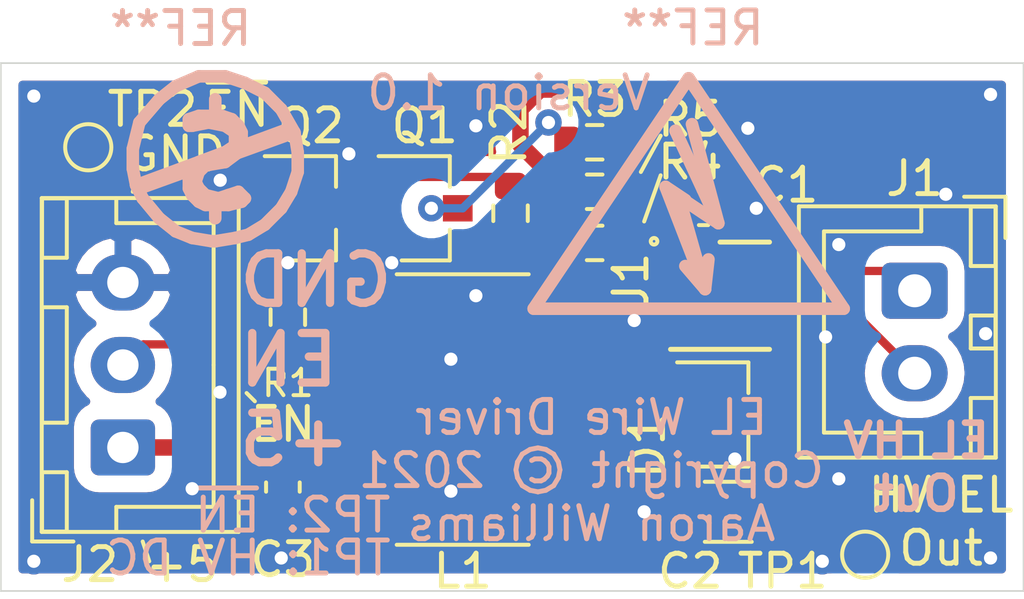
<source format=kicad_pcb>
(kicad_pcb (version 20171130) (host pcbnew 5.1.8-5.1.8)

  (general
    (thickness 1.6)
    (drawings 21)
    (tracks 106)
    (zones 0)
    (modules 19)
    (nets 13)
  )

  (page USLetter)
  (title_block
    (title "EL Driver")
    (date 2021-01-02)
    (rev 1.0)
    (company "Aaron Williams")
    (comment 1 "Copyright © 2021 Aaron Williams")
  )

  (layers
    (0 F.Cu signal)
    (31 B.Cu signal)
    (32 B.Adhes user)
    (33 F.Adhes user)
    (34 B.Paste user)
    (35 F.Paste user)
    (36 B.SilkS user)
    (37 F.SilkS user)
    (38 B.Mask user)
    (39 F.Mask user)
    (40 Dwgs.User user)
    (41 Cmts.User user)
    (42 Eco1.User user)
    (43 Eco2.User user)
    (44 Edge.Cuts user)
    (45 Margin user)
    (46 B.CrtYd user)
    (47 F.CrtYd user)
    (48 B.Fab user hide)
    (49 F.Fab user hide)
  )

  (setup
    (last_trace_width 0.5)
    (user_trace_width 0.25)
    (user_trace_width 0.5)
    (trace_clearance 0.2)
    (zone_clearance 0.508)
    (zone_45_only no)
    (trace_min 0.2)
    (via_size 0.8)
    (via_drill 0.4)
    (via_min_size 0.4)
    (via_min_drill 0.3)
    (user_via 0.8 0.4)
    (uvia_size 0.3)
    (uvia_drill 0.1)
    (uvias_allowed no)
    (uvia_min_size 0.2)
    (uvia_min_drill 0.1)
    (edge_width 0.05)
    (segment_width 0.2)
    (pcb_text_width 0.3)
    (pcb_text_size 1.5 1.5)
    (mod_edge_width 0.12)
    (mod_text_size 1 1)
    (mod_text_width 0.15)
    (pad_size 1.524 1.524)
    (pad_drill 0.762)
    (pad_to_mask_clearance 0)
    (aux_axis_origin 0 0)
    (visible_elements FFFFFF7F)
    (pcbplotparams
      (layerselection 0x010fc_ffffffff)
      (usegerberextensions false)
      (usegerberattributes true)
      (usegerberadvancedattributes true)
      (creategerberjobfile true)
      (excludeedgelayer true)
      (linewidth 0.150000)
      (plotframeref false)
      (viasonmask false)
      (mode 1)
      (useauxorigin false)
      (hpglpennumber 1)
      (hpglpenspeed 20)
      (hpglpendiameter 15.000000)
      (psnegative false)
      (psa4output false)
      (plotreference true)
      (plotvalue true)
      (plotinvisibletext false)
      (padsonsilk false)
      (subtractmaskfromsilk false)
      (outputformat 1)
      (mirror false)
      (drillshape 1)
      (scaleselection 1)
      (outputdirectory ""))
  )

  (net 0 "")
  (net 1 +5V)
  (net 2 /CS)
  (net 3 "Net-(D1-Pad2)")
  (net 4 /SW)
  (net 5 /EK_VB)
  (net 6 /EL_VA)
  (net 7 GND)
  (net 8 /~EN)
  (net 9 "Net-(R3-Pad1)")
  (net 10 "Net-(R4-Pad1)")
  (net 11 /EN)
  (net 12 "Net-(Q1-Pad3)")

  (net_class Default "This is the default net class."
    (clearance 0.2)
    (trace_width 0.25)
    (via_dia 0.8)
    (via_drill 0.4)
    (uvia_dia 0.3)
    (uvia_drill 0.1)
    (add_net +5V)
    (add_net /CS)
    (add_net /EK_VB)
    (add_net /EL_VA)
    (add_net /EN)
    (add_net /SW)
    (add_net /~EN)
    (add_net GND)
    (add_net "Net-(D1-Pad2)")
    (add_net "Net-(Q1-Pad3)")
    (add_net "Net-(R3-Pad1)")
    (add_net "Net-(R4-Pad1)")
  )

  (net_class Power ""
    (clearance 0.2)
    (trace_width 0.5)
    (via_dia 0.8)
    (via_drill 0.4)
    (uvia_dia 0.3)
    (uvia_drill 0.1)
  )

  (module Aaron:Symbol_HighVoltage_Type2_SilkscreenTop_VerySmall (layer B.Cu) (tedit 0) (tstamp 5FF0D0C8)
    (at 89.85 52.65 180)
    (descr "Symbol, High Voltage, Type 2, Silkscreen Top, Very Small,")
    (tags "Symbol, High Voltage, Type 2, Silkscreen Top, Very Small,")
    (attr virtual)
    (fp_text reference REF** (at -0.127 5.715) (layer B.SilkS)
      (effects (font (size 1 1) (thickness 0.15)) (justify mirror))
    )
    (fp_text value Symbol_HighVoltage_Type2_SilkscreenTop_VerySmall (at -0.381 -4.572) (layer B.Fab)
      (effects (font (size 1 1) (thickness 0.15)) (justify mirror))
    )
    (fp_line (start -4.699 -2.794) (end 0 4.191) (layer B.SilkS) (width 0.381))
    (fp_line (start 4.699 -2.794) (end -4.699 -2.794) (layer B.SilkS) (width 0.381))
    (fp_line (start 0 4.191) (end 4.699 -2.794) (layer B.SilkS) (width 0.381))
    (fp_line (start -0.49784 -2.19964) (end -0.59944 -1.30048) (layer B.SilkS) (width 0.381))
    (fp_line (start 0.29972 0.59944) (end -0.49784 -2.19964) (layer B.SilkS) (width 0.381))
    (fp_line (start -0.89916 -0.20066) (end 0.29972 0.59944) (layer B.SilkS) (width 0.381))
    (fp_line (start -0.09906 2.79908) (end -0.89916 -0.20066) (layer B.SilkS) (width 0.381))
    (fp_line (start -0.49784 -2.19964) (end 0.1016 -1.50114) (layer B.SilkS) (width 0.381))
    (fp_line (start -0.89916 -0.20066) (end 0.40132 2.60096) (layer B.SilkS) (width 0.381))
    (fp_line (start 0.70104 0.89916) (end 0.1016 0.50038) (layer B.SilkS) (width 0.381))
    (fp_line (start -0.49784 -2.19964) (end 0.70104 0.89916) (layer B.SilkS) (width 0.381))
  )

  (module Aaron:Symbol_CC-Noncommercial_SilkscreenTop_Small (layer B.Cu) (tedit 0) (tstamp 5FF0CBE6)
    (at 75.5 50.9)
    (descr "Symbol, CC-Noncommercial Alike, Silkscreen Top, Small,")
    (tags "Symbol, CC-Noncommercial Alike, Silkscreen Top, Small,")
    (attr virtual)
    (fp_text reference REF** (at -1.05 -3.95) (layer B.SilkS)
      (effects (font (size 1 1) (thickness 0.15)) (justify mirror))
    )
    (fp_text value Symbol_CC-Noncommercial_CopperTop_Small (at 0.59944 -8.001) (layer B.Fab)
      (effects (font (size 1 1) (thickness 0.15)) (justify mirror))
    )
    (fp_line (start 0.59944 2.4003) (end 0 2.49936) (layer B.SilkS) (width 0.381))
    (fp_line (start 1.00076 2.30124) (end 0.59944 2.4003) (layer B.SilkS) (width 0.381))
    (fp_line (start 1.50114 1.99898) (end 1.00076 2.30124) (layer B.SilkS) (width 0.381))
    (fp_line (start 1.99898 1.50114) (end 1.50114 1.99898) (layer B.SilkS) (width 0.381))
    (fp_line (start 2.30124 1.00076) (end 1.99898 1.50114) (layer B.SilkS) (width 0.381))
    (fp_line (start 2.49936 0.39878) (end 2.30124 1.00076) (layer B.SilkS) (width 0.381))
    (fp_line (start 2.49936 -0.20066) (end 2.49936 0.39878) (layer B.SilkS) (width 0.381))
    (fp_line (start 2.4003 -0.8001) (end 2.49936 -0.20066) (layer B.SilkS) (width 0.381))
    (fp_line (start 1.99898 -1.50114) (end 2.4003 -0.8001) (layer B.SilkS) (width 0.381))
    (fp_line (start 1.50114 -1.99898) (end 1.99898 -1.50114) (layer B.SilkS) (width 0.381))
    (fp_line (start 0.89916 -2.30124) (end 1.50114 -1.99898) (layer B.SilkS) (width 0.381))
    (fp_line (start 0.29972 -2.49936) (end 0.89916 -2.30124) (layer B.SilkS) (width 0.381))
    (fp_line (start -0.50038 -2.49936) (end 0.29972 -2.49936) (layer B.SilkS) (width 0.381))
    (fp_line (start -1.19888 -2.19964) (end -0.50038 -2.49936) (layer B.SilkS) (width 0.381))
    (fp_line (start -1.69926 -1.80086) (end -1.19888 -2.19964) (layer B.SilkS) (width 0.381))
    (fp_line (start -2.30124 -1.09982) (end -1.69926 -1.80086) (layer B.SilkS) (width 0.381))
    (fp_line (start -2.49936 -0.29972) (end -2.30124 -1.09982) (layer B.SilkS) (width 0.381))
    (fp_line (start -2.49936 0.29972) (end -2.49936 -0.29972) (layer B.SilkS) (width 0.381))
    (fp_line (start -2.4003 0.8001) (end -2.49936 0.29972) (layer B.SilkS) (width 0.381))
    (fp_line (start -2.19964 1.19888) (end -2.4003 0.8001) (layer B.SilkS) (width 0.381))
    (fp_line (start -1.69926 1.80086) (end -2.19964 1.19888) (layer B.SilkS) (width 0.381))
    (fp_line (start -1.19888 2.19964) (end -1.69926 1.80086) (layer B.SilkS) (width 0.381))
    (fp_line (start -0.70104 2.4003) (end -1.19888 2.19964) (layer B.SilkS) (width 0.381))
    (fp_line (start -0.09906 2.49936) (end -0.70104 2.4003) (layer B.SilkS) (width 0.381))
    (fp_line (start 0 2.49936) (end -0.09906 2.49936) (layer B.SilkS) (width 0.381))
    (fp_line (start 0.70104 1.00076) (end 0.89916 1.19888) (layer B.SilkS) (width 0.381))
    (fp_line (start 0.39878 1.09982) (end 0.70104 1.00076) (layer B.SilkS) (width 0.381))
    (fp_line (start 0.09906 1.19888) (end 0.39878 1.09982) (layer B.SilkS) (width 0.381))
    (fp_line (start -0.29972 1.09982) (end 0.09906 1.19888) (layer B.SilkS) (width 0.381))
    (fp_line (start -0.50038 0.89916) (end -0.29972 1.09982) (layer B.SilkS) (width 0.381))
    (fp_line (start -0.59944 0.70104) (end -0.50038 0.89916) (layer B.SilkS) (width 0.381))
    (fp_line (start -0.50038 0.39878) (end -0.59944 0.70104) (layer B.SilkS) (width 0.381))
    (fp_line (start -0.29972 0.20066) (end -0.50038 0.39878) (layer B.SilkS) (width 0.381))
    (fp_line (start 0.29972 0.09906) (end -0.29972 0.20066) (layer B.SilkS) (width 0.381))
    (fp_line (start 0.70104 -0.20066) (end 0.29972 0.09906) (layer B.SilkS) (width 0.381))
    (fp_line (start 0.8001 -0.50038) (end 0.70104 -0.20066) (layer B.SilkS) (width 0.381))
    (fp_line (start 0.8001 -0.8001) (end 0.8001 -0.50038) (layer B.SilkS) (width 0.381))
    (fp_line (start 0.70104 -1.00076) (end 0.8001 -0.8001) (layer B.SilkS) (width 0.381))
    (fp_line (start 0.50038 -1.19888) (end 0.70104 -1.00076) (layer B.SilkS) (width 0.381))
    (fp_line (start 0.20066 -1.30048) (end 0.50038 -1.19888) (layer B.SilkS) (width 0.381))
    (fp_line (start -0.50038 -1.30048) (end 0.20066 -1.30048) (layer B.SilkS) (width 0.381))
    (fp_line (start -0.8001 -1.19888) (end -0.50038 -1.30048) (layer B.SilkS) (width 0.381))
    (fp_line (start -0.8001 -1.00076) (end -0.8001 -1.19888) (layer B.SilkS) (width 0.381))
    (fp_line (start -0.70104 -1.00076) (end -0.8001 -1.00076) (layer B.SilkS) (width 0.381))
    (fp_line (start -0.20066 -1.09982) (end -0.70104 -1.00076) (layer B.SilkS) (width 0.381))
    (fp_line (start 0.29972 -1.00076) (end -0.20066 -1.09982) (layer B.SilkS) (width 0.381))
    (fp_line (start 0.59944 -0.8001) (end 0.29972 -1.00076) (layer B.SilkS) (width 0.381))
    (fp_line (start 0.59944 -0.39878) (end 0.59944 -0.8001) (layer B.SilkS) (width 0.381))
    (fp_line (start 0.29972 -0.20066) (end 0.59944 -0.39878) (layer B.SilkS) (width 0.381))
    (fp_line (start -0.50038 0.09906) (end 0.29972 -0.20066) (layer B.SilkS) (width 0.381))
    (fp_line (start -0.70104 0.29972) (end -0.50038 0.09906) (layer B.SilkS) (width 0.381))
    (fp_line (start -0.8001 0.59944) (end -0.70104 0.29972) (layer B.SilkS) (width 0.381))
    (fp_line (start -0.8001 0.89916) (end -0.8001 0.59944) (layer B.SilkS) (width 0.381))
    (fp_line (start -0.70104 1.09982) (end -0.8001 0.89916) (layer B.SilkS) (width 0.381))
    (fp_line (start -0.50038 1.30048) (end -0.70104 1.09982) (layer B.SilkS) (width 0.381))
    (fp_line (start -0.29972 1.39954) (end -0.50038 1.30048) (layer B.SilkS) (width 0.381))
    (fp_line (start 0.39878 1.39954) (end -0.29972 1.39954) (layer B.SilkS) (width 0.381))
    (fp_line (start 0.8001 1.30048) (end 0.39878 1.39954) (layer B.SilkS) (width 0.381))
    (fp_line (start 0.89916 1.19888) (end 0.8001 1.30048) (layer B.SilkS) (width 0.381))
    (fp_line (start -2.30124 0.89916) (end 2.4003 -0.8001) (layer B.SilkS) (width 0.381))
    (fp_line (start -2.4003 0.8001) (end 2.19964 -0.89916) (layer B.SilkS) (width 0.381))
    (fp_line (start 0 1.50114) (end 0 1.80086) (layer B.SilkS) (width 0.381))
    (fp_line (start 0 -1.80086) (end 0 -1.69926) (layer B.SilkS) (width 0.381))
    (fp_line (start 0 -1.30048) (end 0 -1.80086) (layer B.SilkS) (width 0.381))
  )

  (module Capacitor_SMD:C_0603_1608Metric (layer F.Cu) (tedit 5F68FEEE) (tstamp 5FF0B0E5)
    (at 77.55 60.85 270)
    (descr "Capacitor SMD 0603 (1608 Metric), square (rectangular) end terminal, IPC_7351 nominal, (Body size source: IPC-SM-782 page 76, https://www.pcb-3d.com/wordpress/wp-content/uploads/ipc-sm-782a_amendment_1_and_2.pdf), generated with kicad-footprint-generator")
    (tags capacitor)
    (path /5FFC00B0)
    (attr smd)
    (fp_text reference C3 (at 2.2 0 180) (layer F.SilkS)
      (effects (font (size 1 1) (thickness 0.15)))
    )
    (fp_text value 10uF (at 0 1.43 90) (layer F.Fab)
      (effects (font (size 1 1) (thickness 0.15)))
    )
    (fp_text user %R (at 0 0 90) (layer F.Fab)
      (effects (font (size 0.4 0.4) (thickness 0.06)))
    )
    (fp_line (start -0.8 0.4) (end -0.8 -0.4) (layer F.Fab) (width 0.1))
    (fp_line (start -0.8 -0.4) (end 0.8 -0.4) (layer F.Fab) (width 0.1))
    (fp_line (start 0.8 -0.4) (end 0.8 0.4) (layer F.Fab) (width 0.1))
    (fp_line (start 0.8 0.4) (end -0.8 0.4) (layer F.Fab) (width 0.1))
    (fp_line (start -0.14058 -0.51) (end 0.14058 -0.51) (layer F.SilkS) (width 0.12))
    (fp_line (start -0.14058 0.51) (end 0.14058 0.51) (layer F.SilkS) (width 0.12))
    (fp_line (start -1.48 0.73) (end -1.48 -0.73) (layer F.CrtYd) (width 0.05))
    (fp_line (start -1.48 -0.73) (end 1.48 -0.73) (layer F.CrtYd) (width 0.05))
    (fp_line (start 1.48 -0.73) (end 1.48 0.73) (layer F.CrtYd) (width 0.05))
    (fp_line (start 1.48 0.73) (end -1.48 0.73) (layer F.CrtYd) (width 0.05))
    (pad 2 smd roundrect (at 0.775 0 270) (size 0.9 0.95) (layers F.Cu F.Paste F.Mask) (roundrect_rratio 0.25)
      (net 7 GND))
    (pad 1 smd roundrect (at -0.775 0 270) (size 0.9 0.95) (layers F.Cu F.Paste F.Mask) (roundrect_rratio 0.25)
      (net 1 +5V))
    (model ${KISYS3DMOD}/Capacitor_SMD.3dshapes/C_0603_1608Metric.wrl
      (at (xyz 0 0 0))
      (scale (xyz 1 1 1))
      (rotate (xyz 0 0 0))
    )
  )

  (module Resistor_SMD:R_0603_1608Metric (layer F.Cu) (tedit 5F68FEEE) (tstamp 5FF09ED8)
    (at 87 51.9 180)
    (descr "Resistor SMD 0603 (1608 Metric), square (rectangular) end terminal, IPC_7351 nominal, (Body size source: IPC-SM-782 page 72, https://www.pcb-3d.com/wordpress/wp-content/uploads/ipc-sm-782a_amendment_1_and_2.pdf), generated with kicad-footprint-generator")
    (tags resistor)
    (path /5FFAF9C6)
    (attr smd)
    (fp_text reference R5 (at -2.9 2.2) (layer F.SilkS)
      (effects (font (size 1 1) (thickness 0.15)))
    )
    (fp_text value 1K (at 0 1.43) (layer F.Fab)
      (effects (font (size 1 1) (thickness 0.15)))
    )
    (fp_text user %R (at 0 0) (layer F.Fab)
      (effects (font (size 0.4 0.4) (thickness 0.06)))
    )
    (fp_line (start -0.8 0.4125) (end -0.8 -0.4125) (layer F.Fab) (width 0.1))
    (fp_line (start -0.8 -0.4125) (end 0.8 -0.4125) (layer F.Fab) (width 0.1))
    (fp_line (start 0.8 -0.4125) (end 0.8 0.4125) (layer F.Fab) (width 0.1))
    (fp_line (start 0.8 0.4125) (end -0.8 0.4125) (layer F.Fab) (width 0.1))
    (fp_line (start -0.237258 -0.5225) (end 0.237258 -0.5225) (layer F.SilkS) (width 0.12))
    (fp_line (start -0.237258 0.5225) (end 0.237258 0.5225) (layer F.SilkS) (width 0.12))
    (fp_line (start -1.48 0.73) (end -1.48 -0.73) (layer F.CrtYd) (width 0.05))
    (fp_line (start -1.48 -0.73) (end 1.48 -0.73) (layer F.CrtYd) (width 0.05))
    (fp_line (start 1.48 -0.73) (end 1.48 0.73) (layer F.CrtYd) (width 0.05))
    (fp_line (start 1.48 0.73) (end -1.48 0.73) (layer F.CrtYd) (width 0.05))
    (pad 2 smd roundrect (at 0.825 0 180) (size 0.8 0.95) (layers F.Cu F.Paste F.Mask) (roundrect_rratio 0.25)
      (net 1 +5V))
    (pad 1 smd roundrect (at -0.825 0 180) (size 0.8 0.95) (layers F.Cu F.Paste F.Mask) (roundrect_rratio 0.25)
      (net 12 "Net-(Q1-Pad3)"))
    (model ${KISYS3DMOD}/Resistor_SMD.3dshapes/R_0603_1608Metric.wrl
      (at (xyz 0 0 0))
      (scale (xyz 1 1 1))
      (rotate (xyz 0 0 0))
    )
  )

  (module TestPoint:TestPoint_Pad_D1.0mm (layer F.Cu) (tedit 5A0F774F) (tstamp 5FF09454)
    (at 71.65 50.55)
    (descr "SMD pad as test Point, diameter 1.0mm")
    (tags "test point SMD pad")
    (path /5FF9D85B)
    (attr virtual)
    (fp_text reference TP2 (at 1.95 -1.15) (layer F.SilkS)
      (effects (font (size 1 1) (thickness 0.15)))
    )
    (fp_text value TestPoint (at 0 1.55) (layer F.Fab)
      (effects (font (size 1 1) (thickness 0.15)))
    )
    (fp_text user %R (at 0 -1.45) (layer F.Fab)
      (effects (font (size 1 1) (thickness 0.15)))
    )
    (fp_circle (center 0 0) (end 1 0) (layer F.CrtYd) (width 0.05))
    (fp_circle (center 0 0) (end 0 0.7) (layer F.SilkS) (width 0.12))
    (pad 1 smd circle (at 0 0) (size 1 1) (layers F.Cu F.Mask)
      (net 8 /~EN))
  )

  (module Resistor_SMD:R_0603_1608Metric (layer F.Cu) (tedit 5F68FEEE) (tstamp 5FF08843)
    (at 84.45 52.55 270)
    (descr "Resistor SMD 0603 (1608 Metric), square (rectangular) end terminal, IPC_7351 nominal, (Body size source: IPC-SM-782 page 72, https://www.pcb-3d.com/wordpress/wp-content/uploads/ipc-sm-782a_amendment_1_and_2.pdf), generated with kicad-footprint-generator")
    (tags resistor)
    (path /5FF8AC9C)
    (attr smd)
    (fp_text reference R2 (at -2.45 0.05 270) (layer F.SilkS)
      (effects (font (size 1 1) (thickness 0.15)))
    )
    (fp_text value 1M (at 0 1.43 90) (layer F.Fab)
      (effects (font (size 1 1) (thickness 0.15)))
    )
    (fp_text user %R (at 0 0 90) (layer F.Fab)
      (effects (font (size 0.4 0.4) (thickness 0.06)))
    )
    (fp_line (start -0.8 0.4125) (end -0.8 -0.4125) (layer F.Fab) (width 0.1))
    (fp_line (start -0.8 -0.4125) (end 0.8 -0.4125) (layer F.Fab) (width 0.1))
    (fp_line (start 0.8 -0.4125) (end 0.8 0.4125) (layer F.Fab) (width 0.1))
    (fp_line (start 0.8 0.4125) (end -0.8 0.4125) (layer F.Fab) (width 0.1))
    (fp_line (start -0.237258 -0.5225) (end 0.237258 -0.5225) (layer F.SilkS) (width 0.12))
    (fp_line (start -0.237258 0.5225) (end 0.237258 0.5225) (layer F.SilkS) (width 0.12))
    (fp_line (start -1.48 0.73) (end -1.48 -0.73) (layer F.CrtYd) (width 0.05))
    (fp_line (start -1.48 -0.73) (end 1.48 -0.73) (layer F.CrtYd) (width 0.05))
    (fp_line (start 1.48 -0.73) (end 1.48 0.73) (layer F.CrtYd) (width 0.05))
    (fp_line (start 1.48 0.73) (end -1.48 0.73) (layer F.CrtYd) (width 0.05))
    (pad 2 smd roundrect (at 0.825 0 270) (size 0.8 0.95) (layers F.Cu F.Paste F.Mask) (roundrect_rratio 0.25)
      (net 1 +5V))
    (pad 1 smd roundrect (at -0.825 0 270) (size 0.8 0.95) (layers F.Cu F.Paste F.Mask) (roundrect_rratio 0.25)
      (net 8 /~EN))
    (model ${KISYS3DMOD}/Resistor_SMD.3dshapes/R_0603_1608Metric.wrl
      (at (xyz 0 0 0))
      (scale (xyz 1 1 1))
      (rotate (xyz 0 0 0))
    )
  )

  (module Package_TO_SOT_SMD:SOT-23 (layer F.Cu) (tedit 5A02FF57) (tstamp 5FF08812)
    (at 78.4 52.4)
    (descr "SOT-23, Standard")
    (tags SOT-23)
    (path /5FF85E61)
    (attr smd)
    (fp_text reference Q2 (at 0 -2.5) (layer F.SilkS)
      (effects (font (size 1 1) (thickness 0.15)))
    )
    (fp_text value BSS138 (at 0 2.5) (layer F.Fab)
      (effects (font (size 1 1) (thickness 0.15)))
    )
    (fp_text user %R (at 0 0 90) (layer F.Fab)
      (effects (font (size 0.5 0.5) (thickness 0.075)))
    )
    (fp_line (start -0.7 -0.95) (end -0.7 1.5) (layer F.Fab) (width 0.1))
    (fp_line (start -0.15 -1.52) (end 0.7 -1.52) (layer F.Fab) (width 0.1))
    (fp_line (start -0.7 -0.95) (end -0.15 -1.52) (layer F.Fab) (width 0.1))
    (fp_line (start 0.7 -1.52) (end 0.7 1.52) (layer F.Fab) (width 0.1))
    (fp_line (start -0.7 1.52) (end 0.7 1.52) (layer F.Fab) (width 0.1))
    (fp_line (start 0.76 1.58) (end 0.76 0.65) (layer F.SilkS) (width 0.12))
    (fp_line (start 0.76 -1.58) (end 0.76 -0.65) (layer F.SilkS) (width 0.12))
    (fp_line (start -1.7 -1.75) (end 1.7 -1.75) (layer F.CrtYd) (width 0.05))
    (fp_line (start 1.7 -1.75) (end 1.7 1.75) (layer F.CrtYd) (width 0.05))
    (fp_line (start 1.7 1.75) (end -1.7 1.75) (layer F.CrtYd) (width 0.05))
    (fp_line (start -1.7 1.75) (end -1.7 -1.75) (layer F.CrtYd) (width 0.05))
    (fp_line (start 0.76 -1.58) (end -1.4 -1.58) (layer F.SilkS) (width 0.12))
    (fp_line (start 0.76 1.58) (end -0.7 1.58) (layer F.SilkS) (width 0.12))
    (pad 3 smd rect (at 1 0) (size 0.9 0.8) (layers F.Cu F.Paste F.Mask)
      (net 8 /~EN))
    (pad 2 smd rect (at -1 0.95) (size 0.9 0.8) (layers F.Cu F.Paste F.Mask)
      (net 7 GND))
    (pad 1 smd rect (at -1 -0.95) (size 0.9 0.8) (layers F.Cu F.Paste F.Mask)
      (net 11 /EN))
    (model ${KISYS3DMOD}/Package_TO_SOT_SMD.3dshapes/SOT-23.wrl
      (at (xyz 0 0 0))
      (scale (xyz 1 1 1))
      (rotate (xyz 0 0 0))
    )
  )

  (module Package_TO_SOT_SMD:SOT-23 (layer F.Cu) (tedit 5A02FF57) (tstamp 5FF079BB)
    (at 81.85 52.4)
    (descr "SOT-23, Standard")
    (tags SOT-23)
    (path /5FF76C10)
    (attr smd)
    (fp_text reference Q1 (at 0 -2.5) (layer F.SilkS)
      (effects (font (size 1 1) (thickness 0.15)))
    )
    (fp_text value BSS138 (at 0 2.5) (layer F.Fab)
      (effects (font (size 1 1) (thickness 0.15)))
    )
    (fp_text user %R (at 0 0 90) (layer F.Fab)
      (effects (font (size 0.5 0.5) (thickness 0.075)))
    )
    (fp_line (start -0.7 -0.95) (end -0.7 1.5) (layer F.Fab) (width 0.1))
    (fp_line (start -0.15 -1.52) (end 0.7 -1.52) (layer F.Fab) (width 0.1))
    (fp_line (start -0.7 -0.95) (end -0.15 -1.52) (layer F.Fab) (width 0.1))
    (fp_line (start 0.7 -1.52) (end 0.7 1.52) (layer F.Fab) (width 0.1))
    (fp_line (start -0.7 1.52) (end 0.7 1.52) (layer F.Fab) (width 0.1))
    (fp_line (start 0.76 1.58) (end 0.76 0.65) (layer F.SilkS) (width 0.12))
    (fp_line (start 0.76 -1.58) (end 0.76 -0.65) (layer F.SilkS) (width 0.12))
    (fp_line (start -1.7 -1.75) (end 1.7 -1.75) (layer F.CrtYd) (width 0.05))
    (fp_line (start 1.7 -1.75) (end 1.7 1.75) (layer F.CrtYd) (width 0.05))
    (fp_line (start 1.7 1.75) (end -1.7 1.75) (layer F.CrtYd) (width 0.05))
    (fp_line (start -1.7 1.75) (end -1.7 -1.75) (layer F.CrtYd) (width 0.05))
    (fp_line (start 0.76 -1.58) (end -1.4 -1.58) (layer F.SilkS) (width 0.12))
    (fp_line (start 0.76 1.58) (end -0.7 1.58) (layer F.SilkS) (width 0.12))
    (pad 3 smd rect (at 1 0) (size 0.9 0.8) (layers F.Cu F.Paste F.Mask)
      (net 12 "Net-(Q1-Pad3)"))
    (pad 2 smd rect (at -1 0.95) (size 0.9 0.8) (layers F.Cu F.Paste F.Mask)
      (net 7 GND))
    (pad 1 smd rect (at -1 -0.95) (size 0.9 0.8) (layers F.Cu F.Paste F.Mask)
      (net 8 /~EN))
    (model ${KISYS3DMOD}/Package_TO_SOT_SMD.3dshapes/SOT-23.wrl
      (at (xyz 0 0 0))
      (scale (xyz 1 1 1))
      (rotate (xyz 0 0 0))
    )
  )

  (module TestPoint:TestPoint_Pad_D1.0mm (layer F.Cu) (tedit 5A0F774F) (tstamp 5FF07087)
    (at 95.2 62.9)
    (descr "SMD pad as test Point, diameter 1.0mm")
    (tags "test point SMD pad")
    (path /5FF6882D)
    (attr virtual)
    (fp_text reference TP1 (at -2.5 0.5) (layer F.SilkS)
      (effects (font (size 1 1) (thickness 0.15)))
    )
    (fp_text value TestPoint_Small (at 0 1.55) (layer F.Fab)
      (effects (font (size 1 1) (thickness 0.15)))
    )
    (fp_circle (center 0 0) (end 0 0.7) (layer F.SilkS) (width 0.12))
    (fp_circle (center 0 0) (end 1 0) (layer F.CrtYd) (width 0.05))
    (fp_text user %R (at 0 -1.45) (layer F.Fab)
      (effects (font (size 1 1) (thickness 0.15)))
    )
    (pad 1 smd circle (at 0 0) (size 1 1) (layers F.Cu F.Mask)
      (net 2 /CS))
  )

  (module Package_DFN_QFN:DFN-8-1EP_3x3mm_P0.5mm_EP1.66x2.38mm (layer F.Cu) (tedit 5EA4BDD8) (tstamp 5FF0364D)
    (at 90.8 55.05)
    (descr "DD Package; 8-Lead Plastic DFN (3mm x 3mm) (see Linear Technology DFN_8_05-08-1698.pdf)")
    (tags "DFN 0.5")
    (path /5FF2E929)
    (attr smd)
    (fp_text reference U1 (at -2.7 -0.3 90) (layer F.SilkS)
      (effects (font (size 1 1) (thickness 0.15)))
    )
    (fp_text value MIC4832 (at 3.3 1.65 90) (layer F.Fab)
      (effects (font (size 1 1) (thickness 0.15)))
    )
    (fp_line (start 0 -1.625) (end 1.5 -1.625) (layer F.SilkS) (width 0.15))
    (fp_line (start -1.5 1.625) (end 1.5 1.625) (layer F.SilkS) (width 0.15))
    (fp_line (start -2 1.8) (end 2 1.8) (layer F.CrtYd) (width 0.05))
    (fp_line (start -2 -1.8) (end 2 -1.8) (layer F.CrtYd) (width 0.05))
    (fp_line (start 2 -1.8) (end 2 1.8) (layer F.CrtYd) (width 0.05))
    (fp_line (start -2 -1.8) (end -2 1.8) (layer F.CrtYd) (width 0.05))
    (fp_line (start -1.5 -0.5) (end -0.5 -1.5) (layer F.Fab) (width 0.15))
    (fp_line (start -1.5 1.5) (end -1.5 -0.5) (layer F.Fab) (width 0.15))
    (fp_line (start 1.5 1.5) (end -1.5 1.5) (layer F.Fab) (width 0.15))
    (fp_line (start 1.5 -1.5) (end 1.5 1.5) (layer F.Fab) (width 0.15))
    (fp_line (start -0.5 -1.5) (end 1.5 -1.5) (layer F.Fab) (width 0.15))
    (fp_text user %R (at 0 0) (layer F.Fab)
      (effects (font (size 0.7 0.7) (thickness 0.105)))
    )
    (pad "" smd rect (at -0.415 -0.595) (size 0.64 1) (layers F.Paste))
    (pad "" smd rect (at 0.415 -0.595) (size 0.64 1) (layers F.Paste))
    (pad "" smd rect (at -0.415 0.595) (size 0.64 1) (layers F.Paste))
    (pad 9 smd rect (at 0 0) (size 1.66 2.38) (layers F.Cu F.Mask))
    (pad "" smd rect (at 0.415 0.595) (size 0.64 1) (layers F.Paste))
    (pad 8 smd rect (at 1.4 -0.75) (size 0.7 0.25) (layers F.Cu F.Paste F.Mask)
      (net 6 /EL_VA))
    (pad 7 smd rect (at 1.4 -0.25) (size 0.7 0.25) (layers F.Cu F.Paste F.Mask)
      (net 5 /EK_VB))
    (pad 6 smd rect (at 1.4 0.25) (size 0.7 0.25) (layers F.Cu F.Paste F.Mask)
      (net 2 /CS))
    (pad 5 smd rect (at 1.4 0.75) (size 0.7 0.25) (layers F.Cu F.Paste F.Mask)
      (net 4 /SW))
    (pad 4 smd rect (at -1.4 0.75) (size 0.7 0.25) (layers F.Cu F.Paste F.Mask)
      (net 7 GND))
    (pad 3 smd rect (at -1.4 0.25) (size 0.7 0.25) (layers F.Cu F.Paste F.Mask)
      (net 10 "Net-(R4-Pad1)"))
    (pad 2 smd rect (at -1.4 -0.25) (size 0.7 0.25) (layers F.Cu F.Paste F.Mask)
      (net 9 "Net-(R3-Pad1)"))
    (pad 1 smd rect (at -1.4 -0.75) (size 0.7 0.25) (layers F.Cu F.Paste F.Mask)
      (net 1 +5V))
    (model ${KISYS3DMOD}/Package_DFN_QFN.3dshapes/DFN-8-1EP_3x3mm_P0.5mm_EP1.66x2.38mm.wrl
      (at (xyz 0 0 0))
      (scale (xyz 1 1 1))
      (rotate (xyz 0 0 0))
    )
  )

  (module Resistor_SMD:R_0603_1608Metric (layer F.Cu) (tedit 5F68FEEE) (tstamp 5FF03630)
    (at 87 53.45 180)
    (descr "Resistor SMD 0603 (1608 Metric), square (rectangular) end terminal, IPC_7351 nominal, (Body size source: IPC-SM-782 page 72, https://www.pcb-3d.com/wordpress/wp-content/uploads/ipc-sm-782a_amendment_1_and_2.pdf), generated with kicad-footprint-generator")
    (tags resistor)
    (path /5FF35A74)
    (attr smd)
    (fp_text reference R4 (at -2.9 2.45 180) (layer F.SilkS)
      (effects (font (size 1 1) (thickness 0.15)))
    )
    (fp_text value 1.69M (at -4.1 2.9) (layer F.Fab)
      (effects (font (size 1 1) (thickness 0.15)))
    )
    (fp_line (start 1.48 0.73) (end -1.48 0.73) (layer F.CrtYd) (width 0.05))
    (fp_line (start 1.48 -0.73) (end 1.48 0.73) (layer F.CrtYd) (width 0.05))
    (fp_line (start -1.48 -0.73) (end 1.48 -0.73) (layer F.CrtYd) (width 0.05))
    (fp_line (start -1.48 0.73) (end -1.48 -0.73) (layer F.CrtYd) (width 0.05))
    (fp_line (start -0.237258 0.5225) (end 0.237258 0.5225) (layer F.SilkS) (width 0.12))
    (fp_line (start -0.237258 -0.5225) (end 0.237258 -0.5225) (layer F.SilkS) (width 0.12))
    (fp_line (start 0.8 0.4125) (end -0.8 0.4125) (layer F.Fab) (width 0.1))
    (fp_line (start 0.8 -0.4125) (end 0.8 0.4125) (layer F.Fab) (width 0.1))
    (fp_line (start -0.8 -0.4125) (end 0.8 -0.4125) (layer F.Fab) (width 0.1))
    (fp_line (start -0.8 0.4125) (end -0.8 -0.4125) (layer F.Fab) (width 0.1))
    (fp_text user %R (at 0 0) (layer F.Fab)
      (effects (font (size 0.4 0.4) (thickness 0.06)))
    )
    (pad 2 smd roundrect (at 0.825 0 180) (size 0.8 0.95) (layers F.Cu F.Paste F.Mask) (roundrect_rratio 0.25)
      (net 1 +5V))
    (pad 1 smd roundrect (at -0.825 0 180) (size 0.8 0.95) (layers F.Cu F.Paste F.Mask) (roundrect_rratio 0.25)
      (net 10 "Net-(R4-Pad1)"))
    (model ${KISYS3DMOD}/Resistor_SMD.3dshapes/R_0603_1608Metric.wrl
      (at (xyz 0 0 0))
      (scale (xyz 1 1 1))
      (rotate (xyz 0 0 0))
    )
  )

  (module Resistor_SMD:R_0603_1608Metric (layer F.Cu) (tedit 5F68FEEE) (tstamp 5FF0361F)
    (at 87 50.4 180)
    (descr "Resistor SMD 0603 (1608 Metric), square (rectangular) end terminal, IPC_7351 nominal, (Body size source: IPC-SM-782 page 72, https://www.pcb-3d.com/wordpress/wp-content/uploads/ipc-sm-782a_amendment_1_and_2.pdf), generated with kicad-footprint-generator")
    (tags resistor)
    (path /5FF351E7)
    (attr smd)
    (fp_text reference R3 (at 0 1.3) (layer F.SilkS)
      (effects (font (size 1 1) (thickness 0.15)))
    )
    (fp_text value 309K (at 0 1.43) (layer F.Fab)
      (effects (font (size 1 1) (thickness 0.15)))
    )
    (fp_line (start 1.48 0.73) (end -1.48 0.73) (layer F.CrtYd) (width 0.05))
    (fp_line (start 1.48 -0.73) (end 1.48 0.73) (layer F.CrtYd) (width 0.05))
    (fp_line (start -1.48 -0.73) (end 1.48 -0.73) (layer F.CrtYd) (width 0.05))
    (fp_line (start -1.48 0.73) (end -1.48 -0.73) (layer F.CrtYd) (width 0.05))
    (fp_line (start -0.237258 0.5225) (end 0.237258 0.5225) (layer F.SilkS) (width 0.12))
    (fp_line (start -0.237258 -0.5225) (end 0.237258 -0.5225) (layer F.SilkS) (width 0.12))
    (fp_line (start 0.8 0.4125) (end -0.8 0.4125) (layer F.Fab) (width 0.1))
    (fp_line (start 0.8 -0.4125) (end 0.8 0.4125) (layer F.Fab) (width 0.1))
    (fp_line (start -0.8 -0.4125) (end 0.8 -0.4125) (layer F.Fab) (width 0.1))
    (fp_line (start -0.8 0.4125) (end -0.8 -0.4125) (layer F.Fab) (width 0.1))
    (fp_text user %R (at 0 0) (layer F.Fab)
      (effects (font (size 0.4 0.4) (thickness 0.06)))
    )
    (pad 2 smd roundrect (at 0.825 0 180) (size 0.8 0.95) (layers F.Cu F.Paste F.Mask) (roundrect_rratio 0.25)
      (net 12 "Net-(Q1-Pad3)"))
    (pad 1 smd roundrect (at -0.825 0 180) (size 0.8 0.95) (layers F.Cu F.Paste F.Mask) (roundrect_rratio 0.25)
      (net 9 "Net-(R3-Pad1)"))
    (model ${KISYS3DMOD}/Resistor_SMD.3dshapes/R_0603_1608Metric.wrl
      (at (xyz 0 0 0))
      (scale (xyz 1 1 1))
      (rotate (xyz 0 0 0))
    )
  )

  (module Resistor_SMD:R_0603_1608Metric (layer F.Cu) (tedit 5F68FEEE) (tstamp 5FF035FD)
    (at 77.7 55.7 270)
    (descr "Resistor SMD 0603 (1608 Metric), square (rectangular) end terminal, IPC_7351 nominal, (Body size source: IPC-SM-782 page 72, https://www.pcb-3d.com/wordpress/wp-content/uploads/ipc-sm-782a_amendment_1_and_2.pdf), generated with kicad-footprint-generator")
    (tags resistor)
    (path /5FF3D5C0)
    (attr smd)
    (fp_text reference R1 (at 2 0 180) (layer F.SilkS)
      (effects (font (size 0.8 0.8) (thickness 0.12)))
    )
    (fp_text value 1M (at 0 1.4 90) (layer F.Fab)
      (effects (font (size 1 1) (thickness 0.15)))
    )
    (fp_line (start 1.48 0.73) (end -1.48 0.73) (layer F.CrtYd) (width 0.05))
    (fp_line (start 1.48 -0.73) (end 1.48 0.73) (layer F.CrtYd) (width 0.05))
    (fp_line (start -1.48 -0.73) (end 1.48 -0.73) (layer F.CrtYd) (width 0.05))
    (fp_line (start -1.48 0.73) (end -1.48 -0.73) (layer F.CrtYd) (width 0.05))
    (fp_line (start -0.237258 0.5225) (end 0.237258 0.5225) (layer F.SilkS) (width 0.12))
    (fp_line (start -0.237258 -0.5225) (end 0.237258 -0.5225) (layer F.SilkS) (width 0.12))
    (fp_line (start 0.8 0.4125) (end -0.8 0.4125) (layer F.Fab) (width 0.1))
    (fp_line (start 0.8 -0.4125) (end 0.8 0.4125) (layer F.Fab) (width 0.1))
    (fp_line (start -0.8 -0.4125) (end 0.8 -0.4125) (layer F.Fab) (width 0.1))
    (fp_line (start -0.8 0.4125) (end -0.8 -0.4125) (layer F.Fab) (width 0.1))
    (fp_text user %R (at 0 0 90) (layer F.Fab)
      (effects (font (size 0.4 0.4) (thickness 0.06)))
    )
    (pad 2 smd roundrect (at 0.825 0 270) (size 0.8 0.95) (layers F.Cu F.Paste F.Mask) (roundrect_rratio 0.25)
      (net 11 /EN))
    (pad 1 smd roundrect (at -0.825 0 270) (size 0.8 0.95) (layers F.Cu F.Paste F.Mask) (roundrect_rratio 0.25)
      (net 7 GND))
    (model ${KISYS3DMOD}/Resistor_SMD.3dshapes/R_0603_1608Metric.wrl
      (at (xyz 0 0 0))
      (scale (xyz 1 1 1))
      (rotate (xyz 0 0 0))
    )
  )

  (module Inductor_SMD:L_Bourns_SRN8040TA (layer F.Cu) (tedit 5C4EBC60) (tstamp 5FF03BCE)
    (at 83 58.5)
    (descr https://www.bourns.com/docs/product-datasheets/srn8040ta.pdf)
    (tags Inductor)
    (path /5FF2A9AC)
    (attr smd)
    (fp_text reference L1 (at 0 4.9 180) (layer F.SilkS)
      (effects (font (size 1 1) (thickness 0.15)))
    )
    (fp_text value 220uH (at 0.1 5.2) (layer F.Fab)
      (effects (font (size 1 1) (thickness 0.15)))
    )
    (fp_line (start -2.3 -3.3) (end -4 -3.3) (layer F.Fab) (width 0.1))
    (fp_line (start -1.6 -4) (end -2.3 -3.3) (layer F.Fab) (width 0.1))
    (fp_line (start 1.6 -4) (end -1.6 -4) (layer F.Fab) (width 0.1))
    (fp_line (start -4 3.3) (end -4 -3.3) (layer F.Fab) (width 0.1))
    (fp_line (start -2.3 3.3) (end -4 3.3) (layer F.Fab) (width 0.1))
    (fp_line (start -1.6 4) (end -2.3 3.3) (layer F.Fab) (width 0.1))
    (fp_line (start 1.6 4) (end -1.6 4) (layer F.Fab) (width 0.1))
    (fp_line (start 2.3 3.3) (end 4 3.3) (layer F.Fab) (width 0.1))
    (fp_line (start 1.6 4) (end 2.3 3.3) (layer F.Fab) (width 0.1))
    (fp_line (start 4 -3.3) (end 4 3.3) (layer F.Fab) (width 0.1))
    (fp_line (start 2.3 -3.3) (end 4 -3.3) (layer F.Fab) (width 0.1))
    (fp_line (start 1.6 -4) (end 2.3 -3.3) (layer F.Fab) (width 0.1))
    (fp_line (start 2 4.1) (end -2 4.1) (layer F.SilkS) (width 0.12))
    (fp_line (start 2 -4.1) (end -2 -4.1) (layer F.SilkS) (width 0.12))
    (fp_line (start 4.5 4.25) (end 4.5 -4.25) (layer F.CrtYd) (width 0.05))
    (fp_line (start -4.5 4.25) (end 4.5 4.25) (layer F.CrtYd) (width 0.05))
    (fp_line (start -4.5 -4.25) (end -4.5 4.25) (layer F.CrtYd) (width 0.05))
    (fp_line (start 4.5 -4.25) (end -4.5 -4.25) (layer F.CrtYd) (width 0.05))
    (fp_text user %R (at 0 0) (layer F.Fab)
      (effects (font (size 1 1) (thickness 0.15)))
    )
    (pad 2 smd rect (at 2.825 0 270) (size 6.6 2.85) (layers F.Cu F.Paste F.Mask)
      (net 4 /SW))
    (pad 1 smd rect (at -2.825 0 270) (size 6.6 2.85) (layers F.Cu F.Paste F.Mask)
      (net 1 +5V))
    (model ${KISYS3DMOD}/Inductor_SMD.3dshapes/L_Bourns_SRN8040TA.wrl
      (at (xyz 0 0 0))
      (scale (xyz 1 1 1))
      (rotate (xyz 0 0 0))
    )
  )

  (module Connector_JST:JST_XH_B3B-XH-A_1x03_P2.50mm_Vertical (layer F.Cu) (tedit 5C28146C) (tstamp 5FF04305)
    (at 72.7 59.65 90)
    (descr "JST XH series connector, B3B-XH-A (http://www.jst-mfg.com/product/pdf/eng/eXH.pdf), generated with kicad-footprint-generator")
    (tags "connector JST XH vertical")
    (path /5FF417E7)
    (fp_text reference J2 (at -3.55 -1 180) (layer F.SilkS)
      (effects (font (size 1 1) (thickness 0.15)))
    )
    (fp_text value Conn_01x03 (at 2.55 -4.3 90) (layer F.Fab)
      (effects (font (size 1 1) (thickness 0.15)))
    )
    (fp_line (start -2.85 -2.75) (end -2.85 -1.5) (layer F.SilkS) (width 0.12))
    (fp_line (start -1.6 -2.75) (end -2.85 -2.75) (layer F.SilkS) (width 0.12))
    (fp_line (start 6.8 2.75) (end 2.5 2.75) (layer F.SilkS) (width 0.12))
    (fp_line (start 6.8 -0.2) (end 6.8 2.75) (layer F.SilkS) (width 0.12))
    (fp_line (start 7.55 -0.2) (end 6.8 -0.2) (layer F.SilkS) (width 0.12))
    (fp_line (start -1.8 2.75) (end 2.5 2.75) (layer F.SilkS) (width 0.12))
    (fp_line (start -1.8 -0.2) (end -1.8 2.75) (layer F.SilkS) (width 0.12))
    (fp_line (start -2.55 -0.2) (end -1.8 -0.2) (layer F.SilkS) (width 0.12))
    (fp_line (start 7.55 -2.45) (end 5.75 -2.45) (layer F.SilkS) (width 0.12))
    (fp_line (start 7.55 -1.7) (end 7.55 -2.45) (layer F.SilkS) (width 0.12))
    (fp_line (start 5.75 -1.7) (end 7.55 -1.7) (layer F.SilkS) (width 0.12))
    (fp_line (start 5.75 -2.45) (end 5.75 -1.7) (layer F.SilkS) (width 0.12))
    (fp_line (start -0.75 -2.45) (end -2.55 -2.45) (layer F.SilkS) (width 0.12))
    (fp_line (start -0.75 -1.7) (end -0.75 -2.45) (layer F.SilkS) (width 0.12))
    (fp_line (start -2.55 -1.7) (end -0.75 -1.7) (layer F.SilkS) (width 0.12))
    (fp_line (start -2.55 -2.45) (end -2.55 -1.7) (layer F.SilkS) (width 0.12))
    (fp_line (start 4.25 -2.45) (end 0.75 -2.45) (layer F.SilkS) (width 0.12))
    (fp_line (start 4.25 -1.7) (end 4.25 -2.45) (layer F.SilkS) (width 0.12))
    (fp_line (start 0.75 -1.7) (end 4.25 -1.7) (layer F.SilkS) (width 0.12))
    (fp_line (start 0.75 -2.45) (end 0.75 -1.7) (layer F.SilkS) (width 0.12))
    (fp_line (start 0 -1.35) (end 0.625 -2.35) (layer F.Fab) (width 0.1))
    (fp_line (start -0.625 -2.35) (end 0 -1.35) (layer F.Fab) (width 0.1))
    (fp_line (start 7.95 -2.85) (end -2.95 -2.85) (layer F.CrtYd) (width 0.05))
    (fp_line (start 7.95 3.9) (end 7.95 -2.85) (layer F.CrtYd) (width 0.05))
    (fp_line (start -2.95 3.9) (end 7.95 3.9) (layer F.CrtYd) (width 0.05))
    (fp_line (start -2.95 -2.85) (end -2.95 3.9) (layer F.CrtYd) (width 0.05))
    (fp_line (start 7.56 -2.46) (end -2.56 -2.46) (layer F.SilkS) (width 0.12))
    (fp_line (start 7.56 3.51) (end 7.56 -2.46) (layer F.SilkS) (width 0.12))
    (fp_line (start -2.56 3.51) (end 7.56 3.51) (layer F.SilkS) (width 0.12))
    (fp_line (start -2.56 -2.46) (end -2.56 3.51) (layer F.SilkS) (width 0.12))
    (fp_line (start 7.45 -2.35) (end -2.45 -2.35) (layer F.Fab) (width 0.1))
    (fp_line (start 7.45 3.4) (end 7.45 -2.35) (layer F.Fab) (width 0.1))
    (fp_line (start -2.45 3.4) (end 7.45 3.4) (layer F.Fab) (width 0.1))
    (fp_line (start -2.45 -2.35) (end -2.45 3.4) (layer F.Fab) (width 0.1))
    (fp_text user %R (at -1.85 -1.4 180) (layer F.Fab)
      (effects (font (size 1 1) (thickness 0.15)))
    )
    (pad 3 thru_hole oval (at 5 0 90) (size 1.7 1.95) (drill 0.95) (layers *.Cu *.Mask)
      (net 7 GND))
    (pad 2 thru_hole oval (at 2.5 0 90) (size 1.7 1.95) (drill 0.95) (layers *.Cu *.Mask)
      (net 11 /EN))
    (pad 1 thru_hole roundrect (at 0 0 90) (size 1.7 1.95) (drill 0.95) (layers *.Cu *.Mask) (roundrect_rratio 0.147059)
      (net 1 +5V))
    (model ${KISYS3DMOD}/Connector_JST.3dshapes/JST_XH_B3B-XH-A_1x03_P2.50mm_Vertical.wrl
      (at (xyz 0 0 0))
      (scale (xyz 1 1 1))
      (rotate (xyz 0 0 0))
    )
  )

  (module Connector_JST:JST_XH_B2B-XH-A_1x02_P2.50mm_Vertical (layer F.Cu) (tedit 5C28146C) (tstamp 5FF0357F)
    (at 96.7 54.9 270)
    (descr "JST XH series connector, B2B-XH-A (http://www.jst-mfg.com/product/pdf/eng/eXH.pdf), generated with kicad-footprint-generator")
    (tags "connector JST XH vertical")
    (path /5FF3F82D)
    (fp_text reference J1 (at -3.4 0 180) (layer F.SilkS)
      (effects (font (size 1 1) (thickness 0.15)))
    )
    (fp_text value Conn_01x02 (at 1 -2.1 90) (layer F.Fab)
      (effects (font (size 1 1) (thickness 0.15)))
    )
    (fp_line (start -2.85 -2.75) (end -2.85 -1.5) (layer F.SilkS) (width 0.12))
    (fp_line (start -1.6 -2.75) (end -2.85 -2.75) (layer F.SilkS) (width 0.12))
    (fp_line (start 4.3 2.75) (end 1.25 2.75) (layer F.SilkS) (width 0.12))
    (fp_line (start 4.3 -0.2) (end 4.3 2.75) (layer F.SilkS) (width 0.12))
    (fp_line (start 5.05 -0.2) (end 4.3 -0.2) (layer F.SilkS) (width 0.12))
    (fp_line (start -1.8 2.75) (end 1.25 2.75) (layer F.SilkS) (width 0.12))
    (fp_line (start -1.8 -0.2) (end -1.8 2.75) (layer F.SilkS) (width 0.12))
    (fp_line (start -2.55 -0.2) (end -1.8 -0.2) (layer F.SilkS) (width 0.12))
    (fp_line (start 5.05 -2.45) (end 3.25 -2.45) (layer F.SilkS) (width 0.12))
    (fp_line (start 5.05 -1.7) (end 5.05 -2.45) (layer F.SilkS) (width 0.12))
    (fp_line (start 3.25 -1.7) (end 5.05 -1.7) (layer F.SilkS) (width 0.12))
    (fp_line (start 3.25 -2.45) (end 3.25 -1.7) (layer F.SilkS) (width 0.12))
    (fp_line (start -0.75 -2.45) (end -2.55 -2.45) (layer F.SilkS) (width 0.12))
    (fp_line (start -0.75 -1.7) (end -0.75 -2.45) (layer F.SilkS) (width 0.12))
    (fp_line (start -2.55 -1.7) (end -0.75 -1.7) (layer F.SilkS) (width 0.12))
    (fp_line (start -2.55 -2.45) (end -2.55 -1.7) (layer F.SilkS) (width 0.12))
    (fp_line (start 1.75 -2.45) (end 0.75 -2.45) (layer F.SilkS) (width 0.12))
    (fp_line (start 1.75 -1.7) (end 1.75 -2.45) (layer F.SilkS) (width 0.12))
    (fp_line (start 0.75 -1.7) (end 1.75 -1.7) (layer F.SilkS) (width 0.12))
    (fp_line (start 0.75 -2.45) (end 0.75 -1.7) (layer F.SilkS) (width 0.12))
    (fp_line (start 0 -1.35) (end 0.625 -2.35) (layer F.Fab) (width 0.1))
    (fp_line (start -0.625 -2.35) (end 0 -1.35) (layer F.Fab) (width 0.1))
    (fp_line (start 5.45 -2.85) (end -2.95 -2.85) (layer F.CrtYd) (width 0.05))
    (fp_line (start 5.45 3.9) (end 5.45 -2.85) (layer F.CrtYd) (width 0.05))
    (fp_line (start -2.95 3.9) (end 5.45 3.9) (layer F.CrtYd) (width 0.05))
    (fp_line (start -2.95 -2.85) (end -2.95 3.9) (layer F.CrtYd) (width 0.05))
    (fp_line (start 5.06 -2.46) (end -2.56 -2.46) (layer F.SilkS) (width 0.12))
    (fp_line (start 5.06 3.51) (end 5.06 -2.46) (layer F.SilkS) (width 0.12))
    (fp_line (start -2.56 3.51) (end 5.06 3.51) (layer F.SilkS) (width 0.12))
    (fp_line (start -2.56 -2.46) (end -2.56 3.51) (layer F.SilkS) (width 0.12))
    (fp_line (start 4.95 -2.35) (end -2.45 -2.35) (layer F.Fab) (width 0.1))
    (fp_line (start 4.95 3.4) (end 4.95 -2.35) (layer F.Fab) (width 0.1))
    (fp_line (start -2.45 3.4) (end 4.95 3.4) (layer F.Fab) (width 0.1))
    (fp_line (start -2.45 -2.35) (end -2.45 3.4) (layer F.Fab) (width 0.1))
    (fp_text user %R (at 1.25 2.7 90) (layer F.Fab)
      (effects (font (size 1 1) (thickness 0.15)))
    )
    (pad 2 thru_hole oval (at 2.5 0 270) (size 1.7 2) (drill 1) (layers *.Cu *.Mask)
      (net 5 /EK_VB))
    (pad 1 thru_hole roundrect (at 0 0 270) (size 1.7 2) (drill 1) (layers *.Cu *.Mask) (roundrect_rratio 0.147059)
      (net 6 /EL_VA))
    (model ${KISYS3DMOD}/Connector_JST.3dshapes/JST_XH_B2B-XH-A_1x02_P2.50mm_Vertical.wrl
      (at (xyz 0 0 0))
      (scale (xyz 1 1 1))
      (rotate (xyz 0 0 0))
    )
  )

  (module Package_TO_SOT_SMD:SOT-23 (layer F.Cu) (tedit 5A02FF57) (tstamp 5FF03556)
    (at 90.9 58.65)
    (descr "SOT-23, Standard")
    (tags SOT-23)
    (path /5FF3053A)
    (attr smd)
    (fp_text reference D1 (at -2.3 0.95 90) (layer F.SilkS)
      (effects (font (size 1 1) (thickness 0.15)))
    )
    (fp_text value BAS20 (at -2.7 0.25 90) (layer F.Fab)
      (effects (font (size 1 1) (thickness 0.15)))
    )
    (fp_line (start 0.76 1.58) (end -0.7 1.58) (layer F.SilkS) (width 0.12))
    (fp_line (start 0.76 -1.58) (end -1.4 -1.58) (layer F.SilkS) (width 0.12))
    (fp_line (start -1.7 1.75) (end -1.7 -1.75) (layer F.CrtYd) (width 0.05))
    (fp_line (start 1.7 1.75) (end -1.7 1.75) (layer F.CrtYd) (width 0.05))
    (fp_line (start 1.7 -1.75) (end 1.7 1.75) (layer F.CrtYd) (width 0.05))
    (fp_line (start -1.7 -1.75) (end 1.7 -1.75) (layer F.CrtYd) (width 0.05))
    (fp_line (start 0.76 -1.58) (end 0.76 -0.65) (layer F.SilkS) (width 0.12))
    (fp_line (start 0.76 1.58) (end 0.76 0.65) (layer F.SilkS) (width 0.12))
    (fp_line (start -0.7 1.52) (end 0.7 1.52) (layer F.Fab) (width 0.1))
    (fp_line (start 0.7 -1.52) (end 0.7 1.52) (layer F.Fab) (width 0.1))
    (fp_line (start -0.7 -0.95) (end -0.15 -1.52) (layer F.Fab) (width 0.1))
    (fp_line (start -0.15 -1.52) (end 0.7 -1.52) (layer F.Fab) (width 0.1))
    (fp_line (start -0.7 -0.95) (end -0.7 1.5) (layer F.Fab) (width 0.1))
    (fp_text user %R (at 0 0 90) (layer F.Fab)
      (effects (font (size 0.5 0.5) (thickness 0.075)))
    )
    (pad 3 smd rect (at 1 0) (size 0.9 0.8) (layers F.Cu F.Paste F.Mask)
      (net 2 /CS))
    (pad 2 smd rect (at -1 0.95) (size 0.9 0.8) (layers F.Cu F.Paste F.Mask)
      (net 3 "Net-(D1-Pad2)"))
    (pad 1 smd rect (at -1 -0.95) (size 0.9 0.8) (layers F.Cu F.Paste F.Mask)
      (net 4 /SW))
    (model ${KISYS3DMOD}/Package_TO_SOT_SMD.3dshapes/SOT-23.wrl
      (at (xyz 0 0 0))
      (scale (xyz 1 1 1))
      (rotate (xyz 0 0 0))
    )
  )

  (module Capacitor_SMD:C_1206_3216Metric (layer F.Cu) (tedit 5F68FEEE) (tstamp 5FF03541)
    (at 91.05 61.6 180)
    (descr "Capacitor SMD 1206 (3216 Metric), square (rectangular) end terminal, IPC_7351 nominal, (Body size source: IPC-SM-782 page 76, https://www.pcb-3d.com/wordpress/wp-content/uploads/ipc-sm-782a_amendment_1_and_2.pdf), generated with kicad-footprint-generator")
    (tags capacitor)
    (path /5FF3752A)
    (attr smd)
    (fp_text reference C2 (at 1.15 -1.8) (layer F.SilkS)
      (effects (font (size 1 1) (thickness 0.15)))
    )
    (fp_text value "0.015uF 250V" (at -7.35 0) (layer F.Fab)
      (effects (font (size 1 1) (thickness 0.15)))
    )
    (fp_line (start 2.3 1.15) (end -2.3 1.15) (layer F.CrtYd) (width 0.05))
    (fp_line (start 2.3 -1.15) (end 2.3 1.15) (layer F.CrtYd) (width 0.05))
    (fp_line (start -2.3 -1.15) (end 2.3 -1.15) (layer F.CrtYd) (width 0.05))
    (fp_line (start -2.3 1.15) (end -2.3 -1.15) (layer F.CrtYd) (width 0.05))
    (fp_line (start -0.711252 0.91) (end 0.711252 0.91) (layer F.SilkS) (width 0.12))
    (fp_line (start -0.711252 -0.91) (end 0.711252 -0.91) (layer F.SilkS) (width 0.12))
    (fp_line (start 1.6 0.8) (end -1.6 0.8) (layer F.Fab) (width 0.1))
    (fp_line (start 1.6 -0.8) (end 1.6 0.8) (layer F.Fab) (width 0.1))
    (fp_line (start -1.6 -0.8) (end 1.6 -0.8) (layer F.Fab) (width 0.1))
    (fp_line (start -1.6 0.8) (end -1.6 -0.8) (layer F.Fab) (width 0.1))
    (fp_text user %R (at 0 0) (layer F.Fab)
      (effects (font (size 0.8 0.8) (thickness 0.12)))
    )
    (pad 2 smd roundrect (at 1.475 0 180) (size 1.15 1.8) (layers F.Cu F.Paste F.Mask) (roundrect_rratio 0.217391)
      (net 7 GND))
    (pad 1 smd roundrect (at -1.475 0 180) (size 1.15 1.8) (layers F.Cu F.Paste F.Mask) (roundrect_rratio 0.217391)
      (net 2 /CS))
    (model ${KISYS3DMOD}/Capacitor_SMD.3dshapes/C_1206_3216Metric.wrl
      (at (xyz 0 0 0))
      (scale (xyz 1 1 1))
      (rotate (xyz 0 0 0))
    )
  )

  (module Capacitor_SMD:C_0603_1608Metric (layer F.Cu) (tedit 5F68FEEE) (tstamp 5FF03530)
    (at 90.3 52.4)
    (descr "Capacitor SMD 0603 (1608 Metric), square (rectangular) end terminal, IPC_7351 nominal, (Body size source: IPC-SM-782 page 76, https://www.pcb-3d.com/wordpress/wp-content/uploads/ipc-sm-782a_amendment_1_and_2.pdf), generated with kicad-footprint-generator")
    (tags capacitor)
    (path /5FF334E1)
    (attr smd)
    (fp_text reference C1 (at 2.5 -0.7) (layer F.SilkS)
      (effects (font (size 1 1) (thickness 0.15)))
    )
    (fp_text value 2.2uF (at 4.5 0.1) (layer F.Fab)
      (effects (font (size 1 1) (thickness 0.15)))
    )
    (fp_line (start 1.48 0.73) (end -1.48 0.73) (layer F.CrtYd) (width 0.05))
    (fp_line (start 1.48 -0.73) (end 1.48 0.73) (layer F.CrtYd) (width 0.05))
    (fp_line (start -1.48 -0.73) (end 1.48 -0.73) (layer F.CrtYd) (width 0.05))
    (fp_line (start -1.48 0.73) (end -1.48 -0.73) (layer F.CrtYd) (width 0.05))
    (fp_line (start -0.14058 0.51) (end 0.14058 0.51) (layer F.SilkS) (width 0.12))
    (fp_line (start -0.14058 -0.51) (end 0.14058 -0.51) (layer F.SilkS) (width 0.12))
    (fp_line (start 0.8 0.4) (end -0.8 0.4) (layer F.Fab) (width 0.1))
    (fp_line (start 0.8 -0.4) (end 0.8 0.4) (layer F.Fab) (width 0.1))
    (fp_line (start -0.8 -0.4) (end 0.8 -0.4) (layer F.Fab) (width 0.1))
    (fp_line (start -0.8 0.4) (end -0.8 -0.4) (layer F.Fab) (width 0.1))
    (fp_text user %R (at 0 0) (layer F.Fab)
      (effects (font (size 0.4 0.4) (thickness 0.06)))
    )
    (pad 2 smd roundrect (at 0.775 0) (size 0.9 0.95) (layers F.Cu F.Paste F.Mask) (roundrect_rratio 0.25)
      (net 7 GND))
    (pad 1 smd roundrect (at -0.775 0) (size 0.9 0.95) (layers F.Cu F.Paste F.Mask) (roundrect_rratio 0.25)
      (net 1 +5V))
    (model ${KISYS3DMOD}/Capacitor_SMD.3dshapes/C_0603_1608Metric.wrl
      (at (xyz 0 0 0))
      (scale (xyz 1 1 1))
      (rotate (xyz 0 0 0))
    )
  )

  (gr_text "TP2: ~EN~" (at 77.85 61.7) (layer B.SilkS)
    (effects (font (size 1 1) (thickness 0.15)) (justify mirror))
  )
  (gr_text ~EN (at 76.15 49.4) (layer F.SilkS)
    (effects (font (size 1 1) (thickness 0.15)))
  )
  (gr_line (start 88.4 51.3) (end 89 50.2) (layer F.SilkS) (width 0.12))
  (gr_line (start 88.5 52.8) (end 89 51.4) (layer F.SilkS) (width 0.12))
  (gr_text "TP1: HV DC" (at 76.5 63) (layer B.SilkS)
    (effects (font (size 1 1) (thickness 0.15)) (justify mirror))
  )
  (gr_circle (center 88.8 53.4) (end 88.8 53.3) (layer F.SilkS) (width 0.12))
  (gr_text "Version 1.0" (at 84.4 48.9) (layer B.SilkS)
    (effects (font (size 1 1) (thickness 0.15)) (justify mirror))
  )
  (gr_text "EL HV\nOut" (at 96.75 60.25) (layer B.SilkS)
    (effects (font (size 1 1) (thickness 0.2)) (justify mirror))
  )
  (gr_text "GND\nEN\n+5" (at 76.1 57) (layer B.SilkS)
    (effects (font (size 1.5 1.5) (thickness 0.25)) (justify right mirror))
  )
  (gr_text "EL Wire Driver\nCopyright © 2021\nAaron Williams" (at 86.9 60.35) (layer B.SilkS)
    (effects (font (size 1 1) (thickness 0.15)) (justify mirror))
  )
  (gr_text "HV EL\nOut" (at 97.5 61.9) (layer F.SilkS)
    (effects (font (size 1 1) (thickness 0.15)))
  )
  (gr_line (start 73.1 51.4) (end 73 51.9) (layer F.SilkS) (width 0.12))
  (gr_line (start 73.5 63.1) (end 73.3 62.5) (layer F.SilkS) (width 0.12))
  (gr_line (start 76.7 58.25) (end 76.45 58) (layer F.SilkS) (width 0.12))
  (gr_text EN (at 77.55 58.95) (layer F.SilkS)
    (effects (font (size 1 1) (thickness 0.15)))
  )
  (gr_text GND (at 74.3 50.75) (layer F.SilkS)
    (effects (font (size 1 1) (thickness 0.15)))
  )
  (gr_text +5 (at 74.5 63.2) (layer F.SilkS)
    (effects (font (size 1 1) (thickness 0.15)))
  )
  (gr_line (start 69 64) (end 69 48) (layer Edge.Cuts) (width 0.05) (tstamp 5FF05281))
  (gr_line (start 100 64) (end 69 64) (layer Edge.Cuts) (width 0.05))
  (gr_line (start 100 48) (end 100 64) (layer Edge.Cuts) (width 0.05))
  (gr_line (start 69 48) (end 100 48) (layer Edge.Cuts) (width 0.05))

  (via (at 91.9 52.4) (size 0.8) (drill 0.4) (layers F.Cu B.Cu) (net 7))
  (segment (start 91.075 52.4) (end 91.9 52.4) (width 0.5) (layer F.Cu) (net 7))
  (via (at 88.5 61.6) (size 0.8) (drill 0.4) (layers F.Cu B.Cu) (net 7))
  (segment (start 89.575 61.6) (end 88.5 61.6) (width 0.5) (layer F.Cu) (net 7))
  (segment (start 89.4 52.525) (end 89.525 52.4) (width 0.25) (layer F.Cu) (net 1))
  (segment (start 89.4 54.3) (end 89.4 52.525) (width 0.25) (layer F.Cu) (net 1))
  (segment (start 84.651721 53.576721) (end 84.45 53.375) (width 0.25) (layer F.Cu) (net 1))
  (segment (start 79.025 59.65) (end 80.175 58.5) (width 0.5) (layer F.Cu) (net 1))
  (segment (start 92.525 59.275) (end 91.9 58.65) (width 0.25) (layer F.Cu) (net 2))
  (segment (start 92.525 61.6) (end 92.525 59.275) (width 0.25) (layer F.Cu) (net 2))
  (segment (start 92.625 61.7) (end 92.525 61.6) (width 0.25) (layer F.Cu) (net 2))
  (segment (start 94 61.7) (end 92.625 61.7) (width 0.25) (layer F.Cu) (net 2))
  (segment (start 95.2 62.9) (end 94 61.7) (width 0.25) (layer F.Cu) (net 2))
  (segment (start 93 55.6) (end 93 57.55) (width 0.25) (layer F.Cu) (net 2))
  (segment (start 93 57.55) (end 91.9 58.65) (width 0.25) (layer F.Cu) (net 2))
  (segment (start 92.7 55.3) (end 93 55.6) (width 0.25) (layer F.Cu) (net 2))
  (segment (start 92.2 55.3) (end 92.7 55.3) (width 0.25) (layer F.Cu) (net 2))
  (segment (start 90.755002 57.7) (end 89.9 57.7) (width 0.25) (layer F.Cu) (net 4))
  (segment (start 92.2 56.255002) (end 90.755002 57.7) (width 0.25) (layer F.Cu) (net 4))
  (segment (start 92.2 55.8) (end 92.2 56.255002) (width 0.25) (layer F.Cu) (net 4))
  (segment (start 86.625 57.7) (end 85.825 58.5) (width 0.25) (layer F.Cu) (net 4))
  (segment (start 89.1 58.5) (end 89.9 57.7) (width 0.5) (layer F.Cu) (net 4))
  (segment (start 85.825 58.5) (end 89.1 58.5) (width 0.5) (layer F.Cu) (net 4))
  (segment (start 94.1 54.8) (end 96.7 57.4) (width 0.25) (layer F.Cu) (net 5))
  (segment (start 92.2 54.8) (end 94.1 54.8) (width 0.25) (layer F.Cu) (net 5))
  (segment (start 96.1 54.3) (end 92.2 54.3) (width 0.25) (layer F.Cu) (net 6))
  (segment (start 96.7 54.9) (end 96.1 54.3) (width 0.25) (layer F.Cu) (net 6))
  (via (at 93.9 63.1) (size 0.8) (drill 0.4) (layers F.Cu B.Cu) (net 7))
  (via (at 77.5 63) (size 0.8) (drill 0.4) (layers F.Cu B.Cu) (net 7))
  (via (at 70 63.1) (size 0.8) (drill 0.4) (layers F.Cu B.Cu) (net 7))
  (via (at 70 49) (size 0.8) (drill 0.4) (layers F.Cu B.Cu) (net 7))
  (via (at 99 63) (size 0.8) (drill 0.4) (layers F.Cu B.Cu) (net 7))
  (via (at 94.4 60.6) (size 0.8) (drill 0.4) (layers F.Cu B.Cu) (net 7))
  (via (at 83.4 55.05) (size 0.8) (drill 0.4) (layers F.Cu B.Cu) (net 7))
  (via (at 94 56.3) (size 0.8) (drill 0.4) (layers F.Cu B.Cu) (net 7))
  (segment (start 77.7 53.65) (end 77.4 53.35) (width 0.5) (layer F.Cu) (net 7))
  (segment (start 77.7 54.875) (end 77.7 54.05) (width 0.5) (layer F.Cu) (net 7))
  (segment (start 77.7 54.05) (end 77.7 53.65) (width 0.5) (layer F.Cu) (net 7) (tstamp 5FF08C2C))
  (via (at 77.7 54.05) (size 0.8) (drill 0.4) (layers F.Cu B.Cu) (net 7))
  (via (at 91.25 60) (size 0.8) (drill 0.4) (layers F.Cu B.Cu) (net 7))
  (segment (start 87.9 53.475) (end 87.825 53.4) (width 0.25) (layer F.Cu) (net 10))
  (segment (start 73.325 56.525) (end 72.7 57.15) (width 0.25) (layer F.Cu) (net 11))
  (segment (start 77.7 56.525) (end 73.325 56.525) (width 0.25) (layer F.Cu) (net 11))
  (segment (start 86.175 53.45) (end 86.175 53.167478) (width 0.25) (layer F.Cu) (net 1))
  (segment (start 86.1 53.375) (end 86.175 53.45) (width 0.5) (layer F.Cu) (net 1))
  (segment (start 84.45 53.375) (end 86.1 53.375) (width 0.5) (layer F.Cu) (net 1))
  (segment (start 83.225 53.375) (end 84.45 53.375) (width 0.5) (layer F.Cu) (net 1))
  (segment (start 80.175 56.425) (end 83.225 53.375) (width 0.5) (layer F.Cu) (net 1))
  (segment (start 80.175 58.5) (end 80.175 56.425) (width 0.5) (layer F.Cu) (net 1))
  (segment (start 86.175 53.45) (end 86.175 51.9) (width 0.5) (layer F.Cu) (net 1))
  (segment (start 89.525 50.225) (end 89.525 52.4) (width 0.5) (layer F.Cu) (net 1))
  (segment (start 85.341998 48.8) (end 88.1 48.8) (width 0.5) (layer F.Cu) (net 1))
  (segment (start 84.749999 49.391999) (end 85.341998 48.8) (width 0.5) (layer F.Cu) (net 1))
  (segment (start 88.1 48.8) (end 89.525 50.225) (width 0.5) (layer F.Cu) (net 1))
  (segment (start 84.749999 50.474999) (end 84.749999 49.391999) (width 0.5) (layer F.Cu) (net 1))
  (segment (start 86.175 51.9) (end 84.749999 50.474999) (width 0.5) (layer F.Cu) (net 1))
  (segment (start 77.125 59.65) (end 77.55 60.075) (width 0.5) (layer F.Cu) (net 1))
  (segment (start 72.7 59.65) (end 77.125 59.65) (width 0.5) (layer F.Cu) (net 1))
  (segment (start 78.6 60.075) (end 80.175 58.5) (width 0.5) (layer F.Cu) (net 1))
  (segment (start 77.55 60.075) (end 78.6 60.075) (width 0.5) (layer F.Cu) (net 1))
  (segment (start 88.200519 55.8) (end 88.198936 55.801583) (width 0.25) (layer F.Cu) (net 7))
  (via (at 88.198936 55.801583) (size 0.8) (drill 0.4) (layers F.Cu B.Cu) (net 7))
  (segment (start 89.4 55.8) (end 88.200519 55.8) (width 0.25) (layer F.Cu) (net 7))
  (via (at 75.65 51.55) (size 0.8) (drill 0.4) (layers F.Cu B.Cu) (net 7) (tstamp 21))
  (via (at 75.6425 57.974999) (size 0.8) (drill 0.4) (layers F.Cu B.Cu) (net 7) (tstamp 21))
  (via (at 74.8 60.9) (size 0.8) (drill 0.4) (layers F.Cu B.Cu) (net 7) (tstamp 21))
  (via (at 79.55 50.75) (size 0.8) (drill 0.4) (layers F.Cu B.Cu) (net 7) (tstamp 21))
  (via (at 82.6425 56.974999) (size 0.8) (drill 0.4) (layers F.Cu B.Cu) (net 7) (tstamp 21))
  (via (at 82.6425 60.974999) (size 0.8) (drill 0.4) (layers F.Cu B.Cu) (net 7) (tstamp 21))
  (via (at 91.6425 49.974999) (size 0.8) (drill 0.4) (layers F.Cu B.Cu) (net 7) (tstamp 21))
  (via (at 94.4 53.5) (size 0.8) (drill 0.4) (layers F.Cu B.Cu) (net 7) (tstamp 21))
  (via (at 99 48.95) (size 0.8) (drill 0.4) (layers F.Cu B.Cu) (net 7) (tstamp 21))
  (via (at 98.85 56.2) (size 0.8) (drill 0.4) (layers F.Cu B.Cu) (net 7) (tstamp 21))
  (via (at 97.6425 51.974999) (size 0.8) (drill 0.4) (layers F.Cu B.Cu) (net 7) (tstamp 21))
  (via (at 83.4 49.9) (size 0.8) (drill 0.4) (layers F.Cu B.Cu) (net 7))
  (via (at 80.85 54.05) (size 0.8) (drill 0.4) (layers F.Cu B.Cu) (net 7))
  (segment (start 84.175 51.45) (end 80.85 51.45) (width 0.25) (layer F.Cu) (net 8))
  (segment (start 84.45 51.725) (end 84.175 51.45) (width 0.25) (layer F.Cu) (net 8))
  (segment (start 80.35 51.45) (end 79.4 52.4) (width 0.25) (layer F.Cu) (net 8))
  (segment (start 80.85 51.45) (end 80.35 51.45) (width 0.25) (layer F.Cu) (net 8))
  (segment (start 79.4 52.014998) (end 79.4 52.4) (width 0.25) (layer F.Cu) (net 8))
  (segment (start 77.935002 50.55) (end 79.4 52.014998) (width 0.25) (layer F.Cu) (net 8))
  (segment (start 71.65 50.55) (end 77.935002 50.55) (width 0.25) (layer F.Cu) (net 8))
  (segment (start 87.825 50.403761) (end 87.825 50.4) (width 0.25) (layer F.Cu) (net 9))
  (segment (start 88.55001 51.128771) (end 87.825 50.403761) (width 0.25) (layer F.Cu) (net 9))
  (segment (start 88.55001 54.510012) (end 88.55001 51.128771) (width 0.25) (layer F.Cu) (net 9))
  (segment (start 88.789999 54.750001) (end 88.55001 54.510012) (width 0.25) (layer F.Cu) (net 9))
  (segment (start 89.350001 54.750001) (end 88.789999 54.750001) (width 0.25) (layer F.Cu) (net 9))
  (segment (start 89.4 54.8) (end 89.350001 54.750001) (width 0.25) (layer F.Cu) (net 9))
  (segment (start 88.700012 55.200012) (end 88.8 55.3) (width 0.25) (layer F.Cu) (net 10))
  (segment (start 87.825 53.45) (end 87.825 54.421413) (width 0.25) (layer F.Cu) (net 10))
  (segment (start 87.825 54.421413) (end 88.603599 55.200012) (width 0.25) (layer F.Cu) (net 10))
  (segment (start 88.603599 55.200012) (end 88.700012 55.200012) (width 0.25) (layer F.Cu) (net 10))
  (segment (start 88.8 55.3) (end 89.4 55.3) (width 0.25) (layer F.Cu) (net 10))
  (segment (start 76.5 52.35) (end 77.4 51.45) (width 0.25) (layer F.Cu) (net 11))
  (segment (start 76.5 55.325) (end 76.5 52.35) (width 0.25) (layer F.Cu) (net 11))
  (segment (start 77.7 56.525) (end 76.5 55.325) (width 0.25) (layer F.Cu) (net 11))
  (via (at 82.05 52.4) (size 0.8) (drill 0.4) (layers F.Cu B.Cu) (net 12))
  (segment (start 82.05 52.4) (end 82.85 52.4) (width 0.25) (layer F.Cu) (net 12))
  (segment (start 87.675 51.9) (end 86.175 50.4) (width 0.25) (layer F.Cu) (net 12))
  (segment (start 87.825 51.9) (end 87.675 51.9) (width 0.25) (layer F.Cu) (net 12))
  (via (at 85.6 49.8) (size 0.8) (drill 0.4) (layers F.Cu B.Cu) (net 12))
  (segment (start 83 52.4) (end 85.6 49.8) (width 0.25) (layer B.Cu) (net 12))
  (segment (start 82.05 52.4) (end 83 52.4) (width 0.25) (layer B.Cu) (net 12))
  (segment (start 86.175 50.375) (end 85.6 49.8) (width 0.25) (layer F.Cu) (net 12))
  (segment (start 86.175 50.4) (end 86.175 50.375) (width 0.25) (layer F.Cu) (net 12))

  (zone (net 7) (net_name GND) (layer B.Cu) (tstamp 0) (hatch edge 0.508)
    (connect_pads (clearance 0.508))
    (min_thickness 0.254)
    (fill yes (arc_segments 32) (thermal_gap 0.508) (thermal_bridge_width 0.508))
    (polygon
      (pts
        (xy 100 64) (xy 69 64) (xy 69 48) (xy 100 48)
      )
    )
    (filled_polygon
      (pts
        (xy 99.340001 63.34) (xy 69.66 63.34) (xy 69.66 57.15) (xy 71.082815 57.15) (xy 71.111487 57.441111)
        (xy 71.196401 57.721034) (xy 71.334294 57.979014) (xy 71.519866 58.205134) (xy 71.583337 58.257223) (xy 71.481614 58.311595)
        (xy 71.347038 58.422038) (xy 71.236595 58.556614) (xy 71.154528 58.71015) (xy 71.103992 58.876746) (xy 71.086928 59.05)
        (xy 71.086928 60.25) (xy 71.103992 60.423254) (xy 71.154528 60.58985) (xy 71.236595 60.743386) (xy 71.347038 60.877962)
        (xy 71.481614 60.988405) (xy 71.63515 61.070472) (xy 71.801746 61.121008) (xy 71.975 61.138072) (xy 73.425 61.138072)
        (xy 73.598254 61.121008) (xy 73.76485 61.070472) (xy 73.918386 60.988405) (xy 74.052962 60.877962) (xy 74.163405 60.743386)
        (xy 74.245472 60.58985) (xy 74.296008 60.423254) (xy 74.313072 60.25) (xy 74.313072 59.05) (xy 74.296008 58.876746)
        (xy 74.245472 58.71015) (xy 74.163405 58.556614) (xy 74.052962 58.422038) (xy 73.918386 58.311595) (xy 73.816663 58.257223)
        (xy 73.880134 58.205134) (xy 74.065706 57.979014) (xy 74.203599 57.721034) (xy 74.288513 57.441111) (xy 74.292562 57.4)
        (xy 95.057815 57.4) (xy 95.086487 57.691111) (xy 95.171401 57.971034) (xy 95.309294 58.229014) (xy 95.494866 58.455134)
        (xy 95.720986 58.640706) (xy 95.978966 58.778599) (xy 96.258889 58.863513) (xy 96.47705 58.885) (xy 96.92295 58.885)
        (xy 97.141111 58.863513) (xy 97.421034 58.778599) (xy 97.679014 58.640706) (xy 97.905134 58.455134) (xy 98.090706 58.229014)
        (xy 98.228599 57.971034) (xy 98.313513 57.691111) (xy 98.342185 57.4) (xy 98.313513 57.108889) (xy 98.228599 56.828966)
        (xy 98.090706 56.570986) (xy 97.905134 56.344866) (xy 97.841663 56.292777) (xy 97.943386 56.238405) (xy 98.077962 56.127962)
        (xy 98.188405 55.993386) (xy 98.270472 55.83985) (xy 98.321008 55.673254) (xy 98.338072 55.5) (xy 98.338072 54.3)
        (xy 98.321008 54.126746) (xy 98.270472 53.96015) (xy 98.188405 53.806614) (xy 98.077962 53.672038) (xy 97.943386 53.561595)
        (xy 97.78985 53.479528) (xy 97.623254 53.428992) (xy 97.45 53.411928) (xy 95.95 53.411928) (xy 95.776746 53.428992)
        (xy 95.61015 53.479528) (xy 95.456614 53.561595) (xy 95.322038 53.672038) (xy 95.211595 53.806614) (xy 95.129528 53.96015)
        (xy 95.078992 54.126746) (xy 95.061928 54.3) (xy 95.061928 55.5) (xy 95.078992 55.673254) (xy 95.129528 55.83985)
        (xy 95.211595 55.993386) (xy 95.322038 56.127962) (xy 95.456614 56.238405) (xy 95.558337 56.292777) (xy 95.494866 56.344866)
        (xy 95.309294 56.570986) (xy 95.171401 56.828966) (xy 95.086487 57.108889) (xy 95.057815 57.4) (xy 74.292562 57.4)
        (xy 74.317185 57.15) (xy 74.288513 56.858889) (xy 74.203599 56.578966) (xy 74.065706 56.320986) (xy 73.880134 56.094866)
        (xy 73.654014 55.909294) (xy 73.628278 55.895538) (xy 73.834429 55.739049) (xy 74.027496 55.521193) (xy 74.174352 55.269858)
        (xy 74.266476 55.00689) (xy 74.145155 54.777) (xy 72.827 54.777) (xy 72.827 54.797) (xy 72.573 54.797)
        (xy 72.573 54.777) (xy 71.254845 54.777) (xy 71.133524 55.00689) (xy 71.225648 55.269858) (xy 71.372504 55.521193)
        (xy 71.565571 55.739049) (xy 71.771722 55.895538) (xy 71.745986 55.909294) (xy 71.519866 56.094866) (xy 71.334294 56.320986)
        (xy 71.196401 56.578966) (xy 71.111487 56.858889) (xy 71.082815 57.15) (xy 69.66 57.15) (xy 69.66 54.29311)
        (xy 71.133524 54.29311) (xy 71.254845 54.523) (xy 72.573 54.523) (xy 72.573 53.323835) (xy 72.827 53.323835)
        (xy 72.827 54.523) (xy 74.145155 54.523) (xy 74.266476 54.29311) (xy 74.174352 54.030142) (xy 74.027496 53.778807)
        (xy 73.834429 53.560951) (xy 73.60257 53.384947) (xy 73.34083 53.257558) (xy 73.059267 53.18368) (xy 72.827 53.323835)
        (xy 72.573 53.323835) (xy 72.340733 53.18368) (xy 72.05917 53.257558) (xy 71.79743 53.384947) (xy 71.565571 53.560951)
        (xy 71.372504 53.778807) (xy 71.225648 54.030142) (xy 71.133524 54.29311) (xy 69.66 54.29311) (xy 69.66 52.298061)
        (xy 81.015 52.298061) (xy 81.015 52.501939) (xy 81.054774 52.701898) (xy 81.132795 52.890256) (xy 81.246063 53.059774)
        (xy 81.390226 53.203937) (xy 81.559744 53.317205) (xy 81.748102 53.395226) (xy 81.948061 53.435) (xy 82.151939 53.435)
        (xy 82.351898 53.395226) (xy 82.540256 53.317205) (xy 82.709774 53.203937) (xy 82.753711 53.16) (xy 82.962678 53.16)
        (xy 83 53.163676) (xy 83.037322 53.16) (xy 83.037333 53.16) (xy 83.148986 53.149003) (xy 83.292247 53.105546)
        (xy 83.424276 53.034974) (xy 83.540001 52.940001) (xy 83.563804 52.910997) (xy 85.639802 50.835) (xy 85.701939 50.835)
        (xy 85.901898 50.795226) (xy 86.090256 50.717205) (xy 86.259774 50.603937) (xy 86.403937 50.459774) (xy 86.517205 50.290256)
        (xy 86.595226 50.101898) (xy 86.635 49.901939) (xy 86.635 49.698061) (xy 86.595226 49.498102) (xy 86.517205 49.309744)
        (xy 86.403937 49.140226) (xy 86.259774 48.996063) (xy 86.090256 48.882795) (xy 85.901898 48.804774) (xy 85.701939 48.765)
        (xy 85.498061 48.765) (xy 85.298102 48.804774) (xy 85.109744 48.882795) (xy 84.940226 48.996063) (xy 84.796063 49.140226)
        (xy 84.682795 49.309744) (xy 84.604774 49.498102) (xy 84.565 49.698061) (xy 84.565 49.760198) (xy 82.719455 51.605744)
        (xy 82.709774 51.596063) (xy 82.540256 51.482795) (xy 82.351898 51.404774) (xy 82.151939 51.365) (xy 81.948061 51.365)
        (xy 81.748102 51.404774) (xy 81.559744 51.482795) (xy 81.390226 51.596063) (xy 81.246063 51.740226) (xy 81.132795 51.909744)
        (xy 81.054774 52.098102) (xy 81.015 52.298061) (xy 69.66 52.298061) (xy 69.66 48.66) (xy 99.34 48.66)
      )
    )
  )
  (zone (net 7) (net_name GND) (layer F.Cu) (tstamp 0) (hatch edge 0.508)
    (priority 3)
    (connect_pads (clearance 0.508))
    (min_thickness 0.254)
    (fill yes (arc_segments 32) (thermal_gap 0.508) (thermal_bridge_width 0.508))
    (polygon
      (pts
        (xy 92.3 62) (xy 83.9 62) (xy 83.9 51.7) (xy 92.3 51.7)
      )
    )
    (filled_polygon
      (pts
        (xy 88.811928 60) (xy 88.820867 60.090766) (xy 88.75582 60.110498) (xy 88.645506 60.169463) (xy 88.548815 60.248815)
        (xy 88.469463 60.345506) (xy 88.410498 60.45582) (xy 88.374188 60.575518) (xy 88.361928 60.7) (xy 88.365 61.31425)
        (xy 88.52375 61.473) (xy 89.448 61.473) (xy 89.448 61.453) (xy 89.702 61.453) (xy 89.702 61.473)
        (xy 90.62625 61.473) (xy 90.785 61.31425) (xy 90.788072 60.7) (xy 90.775812 60.575518) (xy 90.750671 60.49264)
        (xy 90.801185 60.451185) (xy 90.880537 60.354494) (xy 90.939502 60.24418) (xy 90.975812 60.124482) (xy 90.988072 60)
        (xy 90.988072 59.488095) (xy 90.998815 59.501185) (xy 91.095506 59.580537) (xy 91.20582 59.639502) (xy 91.325518 59.675812)
        (xy 91.45 59.688072) (xy 91.765001 59.688072) (xy 91.765001 60.180386) (xy 91.706613 60.211595) (xy 91.572038 60.322038)
        (xy 91.461595 60.456613) (xy 91.379528 60.610149) (xy 91.328992 60.776745) (xy 91.311928 60.949999) (xy 91.311928 61.873)
        (xy 90.77225 61.873) (xy 90.62625 61.727) (xy 89.702 61.727) (xy 89.702 61.747) (xy 89.448 61.747)
        (xy 89.448 61.727) (xy 88.52375 61.727) (xy 88.37775 61.873) (xy 87.880882 61.873) (xy 87.888072 61.8)
        (xy 87.888072 59.385) (xy 88.811928 59.385)
      )
    )
    (filled_polygon
      (pts
        (xy 88.0398 55.711014) (xy 88.063598 55.740013) (xy 88.179323 55.834986) (xy 88.311352 55.905558) (xy 88.356608 55.919286)
        (xy 88.375724 55.934974) (xy 88.416813 55.956937) (xy 88.415 55.95875) (xy 88.427534 56.065258) (xy 88.466858 56.184)
        (xy 88.528591 56.292789) (xy 88.610362 56.387444) (xy 88.709028 56.464327) (xy 88.820797 56.520484) (xy 88.941374 56.553758)
        (xy 89.066126 56.562868) (xy 89.11425 56.56) (xy 89.273 56.40125) (xy 89.273 56.063072) (xy 89.331928 56.063072)
        (xy 89.331928 56.24) (xy 89.344188 56.364482) (xy 89.380498 56.48418) (xy 89.439463 56.594494) (xy 89.494804 56.661928)
        (xy 89.45 56.661928) (xy 89.325518 56.674188) (xy 89.20582 56.710498) (xy 89.095506 56.769463) (xy 88.998815 56.848815)
        (xy 88.919463 56.945506) (xy 88.860498 57.05582) (xy 88.824188 57.175518) (xy 88.811928 57.3) (xy 88.811928 57.536494)
        (xy 88.733422 57.615) (xy 87.888072 57.615) (xy 87.888072 55.559287)
      )
    )
    (filled_polygon
      (pts
        (xy 92.173 53.528822) (xy 92.160537 53.505506) (xy 92.081185 53.408815) (xy 91.984494 53.329463) (xy 91.976849 53.325376)
        (xy 92.055537 53.229494) (xy 92.114502 53.11918) (xy 92.150812 52.999482) (xy 92.163072 52.875) (xy 92.16 52.68575)
        (xy 92.00125 52.527) (xy 91.202 52.527) (xy 91.202 52.547) (xy 90.948 52.547) (xy 90.948 52.527)
        (xy 90.928 52.527) (xy 90.928 52.273) (xy 90.948 52.273) (xy 90.948 52.253) (xy 91.202 52.253)
        (xy 91.202 52.273) (xy 92.00125 52.273) (xy 92.16 52.11425) (xy 92.163072 51.925) (xy 92.15342 51.827)
        (xy 92.173 51.827)
      )
    )
  )
  (zone (net 7) (net_name GND) (layer F.Cu) (tstamp 0) (hatch edge 0.508)
    (connect_pads (clearance 0.508))
    (min_thickness 0.254)
    (fill yes (arc_segments 32) (thermal_gap 0.508) (thermal_bridge_width 0.508))
    (polygon
      (pts
        (xy 100 64) (xy 69 64) (xy 69 48) (xy 100 48)
      )
    )
    (filled_polygon
      (pts
        (xy 99.340001 63.34) (xy 96.246261 63.34) (xy 96.291383 63.231067) (xy 96.335 63.011788) (xy 96.335 62.788212)
        (xy 96.291383 62.568933) (xy 96.205824 62.362376) (xy 96.081612 62.17648) (xy 95.92352 62.018388) (xy 95.737624 61.894176)
        (xy 95.531067 61.808617) (xy 95.311788 61.765) (xy 95.139802 61.765) (xy 94.563804 61.189003) (xy 94.540001 61.159999)
        (xy 94.424276 61.065026) (xy 94.292247 60.994454) (xy 94.148986 60.950997) (xy 94.037333 60.94) (xy 94.037322 60.94)
        (xy 94 60.936324) (xy 93.962678 60.94) (xy 93.737087 60.94) (xy 93.721008 60.776745) (xy 93.670472 60.610149)
        (xy 93.588405 60.456613) (xy 93.477962 60.322038) (xy 93.343387 60.211595) (xy 93.285 60.180386) (xy 93.285 59.312322)
        (xy 93.288676 59.274999) (xy 93.285 59.237676) (xy 93.285 59.237667) (xy 93.274003 59.126014) (xy 93.230546 58.982753)
        (xy 93.159974 58.850724) (xy 93.117513 58.798985) (xy 93.088799 58.763996) (xy 93.088795 58.763992) (xy 93.065001 58.734999)
        (xy 93.036008 58.711205) (xy 92.988072 58.663269) (xy 92.988072 58.63673) (xy 93.511003 58.113799) (xy 93.540001 58.090001)
        (xy 93.580778 58.040314) (xy 93.634974 57.974277) (xy 93.705546 57.842247) (xy 93.710998 57.824275) (xy 93.749003 57.698986)
        (xy 93.76 57.587333) (xy 93.76 57.587323) (xy 93.763676 57.55) (xy 93.76 57.512677) (xy 93.76 55.637322)
        (xy 93.763676 55.599999) (xy 93.76 55.562676) (xy 93.76 55.562667) (xy 93.759737 55.56) (xy 93.785199 55.56)
        (xy 95.144115 56.918916) (xy 95.086487 57.108889) (xy 95.057815 57.4) (xy 95.086487 57.691111) (xy 95.171401 57.971034)
        (xy 95.309294 58.229014) (xy 95.494866 58.455134) (xy 95.720986 58.640706) (xy 95.978966 58.778599) (xy 96.258889 58.863513)
        (xy 96.47705 58.885) (xy 96.92295 58.885) (xy 97.141111 58.863513) (xy 97.421034 58.778599) (xy 97.679014 58.640706)
        (xy 97.905134 58.455134) (xy 98.090706 58.229014) (xy 98.228599 57.971034) (xy 98.313513 57.691111) (xy 98.342185 57.4)
        (xy 98.313513 57.108889) (xy 98.228599 56.828966) (xy 98.090706 56.570986) (xy 97.905134 56.344866) (xy 97.841663 56.292777)
        (xy 97.943386 56.238405) (xy 98.077962 56.127962) (xy 98.188405 55.993386) (xy 98.270472 55.83985) (xy 98.321008 55.673254)
        (xy 98.338072 55.5) (xy 98.338072 54.3) (xy 98.321008 54.126746) (xy 98.270472 53.96015) (xy 98.188405 53.806614)
        (xy 98.077962 53.672038) (xy 97.943386 53.561595) (xy 97.78985 53.479528) (xy 97.623254 53.428992) (xy 97.45 53.411928)
        (xy 95.95 53.411928) (xy 95.776746 53.428992) (xy 95.61015 53.479528) (xy 95.497015 53.54) (xy 92.581192 53.54)
        (xy 92.55 53.536928) (xy 92.427 53.536928) (xy 92.427 51.7) (xy 92.42456 51.675224) (xy 92.417333 51.651399)
        (xy 92.405597 51.629443) (xy 92.389803 51.610197) (xy 92.370557 51.594403) (xy 92.348601 51.582667) (xy 92.324776 51.57544)
        (xy 92.3 51.573) (xy 92.05687 51.573) (xy 92.055537 51.570506) (xy 91.976185 51.473815) (xy 91.879494 51.394463)
        (xy 91.76918 51.335498) (xy 91.649482 51.299188) (xy 91.525 51.286928) (xy 91.36075 51.29) (xy 91.202 51.44875)
        (xy 91.202 51.573) (xy 90.948 51.573) (xy 90.948 51.44875) (xy 90.78925 51.29) (xy 90.625 51.286928)
        (xy 90.500518 51.299188) (xy 90.41 51.326646) (xy 90.41 50.268465) (xy 90.414281 50.224999) (xy 90.41 50.181533)
        (xy 90.41 50.181523) (xy 90.397195 50.05151) (xy 90.346589 49.884687) (xy 90.264411 49.730941) (xy 90.216199 49.672195)
        (xy 90.181532 49.629953) (xy 90.18153 49.629951) (xy 90.153817 49.596183) (xy 90.12005 49.568471) (xy 89.211578 48.66)
        (xy 99.34 48.66)
      )
    )
    (filled_polygon
      (pts
        (xy 84.154951 48.735469) (xy 84.121183 48.763182) (xy 84.09347 48.79695) (xy 84.093467 48.796953) (xy 84.010589 48.89794)
        (xy 83.928411 49.051686) (xy 83.877804 49.218509) (xy 83.860718 49.391999) (xy 83.865 49.435477) (xy 83.864999 50.431529)
        (xy 83.860718 50.474999) (xy 83.864999 50.518468) (xy 83.864999 50.518475) (xy 83.872912 50.598815) (xy 83.877804 50.648489)
        (xy 83.883494 50.667246) (xy 83.890397 50.69) (xy 81.826018 50.69) (xy 81.751185 50.598815) (xy 81.654494 50.519463)
        (xy 81.54418 50.460498) (xy 81.424482 50.424188) (xy 81.3 50.411928) (xy 80.4 50.411928) (xy 80.275518 50.424188)
        (xy 80.15582 50.460498) (xy 80.045506 50.519463) (xy 79.948815 50.598815) (xy 79.869463 50.695506) (xy 79.810498 50.80582)
        (xy 79.774188 50.925518) (xy 79.771403 50.953795) (xy 79.592501 51.132697) (xy 78.498806 50.039003) (xy 78.475003 50.009999)
        (xy 78.359278 49.915026) (xy 78.227249 49.844454) (xy 78.083988 49.800997) (xy 77.972335 49.79) (xy 77.972324 49.79)
        (xy 77.935002 49.786324) (xy 77.89768 49.79) (xy 72.495132 49.79) (xy 72.37352 49.668388) (xy 72.187624 49.544176)
        (xy 71.981067 49.458617) (xy 71.761788 49.415) (xy 71.538212 49.415) (xy 71.318933 49.458617) (xy 71.112376 49.544176)
        (xy 70.92648 49.668388) (xy 70.768388 49.82648) (xy 70.644176 50.012376) (xy 70.558617 50.218933) (xy 70.515 50.438212)
        (xy 70.515 50.661788) (xy 70.558617 50.881067) (xy 70.644176 51.087624) (xy 70.768388 51.27352) (xy 70.92648 51.431612)
        (xy 71.112376 51.555824) (xy 71.318933 51.641383) (xy 71.538212 51.685) (xy 71.761788 51.685) (xy 71.981067 51.641383)
        (xy 72.187624 51.555824) (xy 72.37352 51.431612) (xy 72.495132 51.31) (xy 76.311928 51.31) (xy 76.311928 51.463271)
        (xy 75.988998 51.786201) (xy 75.96 51.809999) (xy 75.936202 51.838997) (xy 75.936201 51.838998) (xy 75.865026 51.925724)
        (xy 75.794454 52.057754) (xy 75.777317 52.11425) (xy 75.753658 52.192247) (xy 75.750998 52.201015) (xy 75.736324 52.35)
        (xy 75.740001 52.387332) (xy 75.74 55.287677) (xy 75.736324 55.325) (xy 75.74 55.362322) (xy 75.74 55.362332)
        (xy 75.750997 55.473985) (xy 75.786871 55.592247) (xy 75.794454 55.617246) (xy 75.865026 55.749276) (xy 75.877931 55.765)
        (xy 73.800242 55.765) (xy 73.834429 55.739049) (xy 74.027496 55.521193) (xy 74.174352 55.269858) (xy 74.266476 55.00689)
        (xy 74.145155 54.777) (xy 72.827 54.777) (xy 72.827 54.797) (xy 72.573 54.797) (xy 72.573 54.777)
        (xy 71.254845 54.777) (xy 71.133524 55.00689) (xy 71.225648 55.269858) (xy 71.372504 55.521193) (xy 71.565571 55.739049)
        (xy 71.771722 55.895538) (xy 71.745986 55.909294) (xy 71.519866 56.094866) (xy 71.334294 56.320986) (xy 71.196401 56.578966)
        (xy 71.111487 56.858889) (xy 71.082815 57.15) (xy 71.111487 57.441111) (xy 71.196401 57.721034) (xy 71.334294 57.979014)
        (xy 71.519866 58.205134) (xy 71.583337 58.257223) (xy 71.481614 58.311595) (xy 71.347038 58.422038) (xy 71.236595 58.556614)
        (xy 71.154528 58.71015) (xy 71.103992 58.876746) (xy 71.086928 59.05) (xy 71.086928 60.25) (xy 71.103992 60.423254)
        (xy 71.154528 60.58985) (xy 71.236595 60.743386) (xy 71.347038 60.877962) (xy 71.481614 60.988405) (xy 71.63515 61.070472)
        (xy 71.801746 61.121008) (xy 71.975 61.138072) (xy 73.425 61.138072) (xy 73.598254 61.121008) (xy 73.76485 61.070472)
        (xy 73.918386 60.988405) (xy 74.052962 60.877962) (xy 74.163405 60.743386) (xy 74.245472 60.58985) (xy 74.26211 60.535)
        (xy 76.473722 60.535) (xy 76.502625 60.630283) (xy 76.5807 60.776351) (xy 76.544463 60.820506) (xy 76.485498 60.93082)
        (xy 76.449188 61.050518) (xy 76.436928 61.175) (xy 76.44 61.33925) (xy 76.59875 61.498) (xy 77.423 61.498)
        (xy 77.423 61.478) (xy 77.677 61.478) (xy 77.677 61.498) (xy 77.697 61.498) (xy 77.697 61.752)
        (xy 77.677 61.752) (xy 77.677 62.55125) (xy 77.83575 62.71) (xy 78.025 62.713072) (xy 78.149482 62.700812)
        (xy 78.26918 62.664502) (xy 78.379494 62.605537) (xy 78.476185 62.526185) (xy 78.555537 62.429494) (xy 78.566994 62.408059)
        (xy 78.625518 62.425812) (xy 78.75 62.438072) (xy 81.6 62.438072) (xy 81.724482 62.425812) (xy 81.84418 62.389502)
        (xy 81.954494 62.330537) (xy 82.051185 62.251185) (xy 82.130537 62.154494) (xy 82.189502 62.04418) (xy 82.225812 61.924482)
        (xy 82.238072 61.8) (xy 82.238072 55.613506) (xy 83.591579 54.26) (xy 83.694976 54.26) (xy 83.709392 54.271831)
        (xy 83.773 54.30583) (xy 83.773 55.08758) (xy 83.761928 55.2) (xy 83.761928 61.8) (xy 83.773 61.91242)
        (xy 83.773 62) (xy 83.77544 62.024776) (xy 83.782667 62.048601) (xy 83.794403 62.070557) (xy 83.810197 62.089803)
        (xy 83.829443 62.105597) (xy 83.84888 62.115987) (xy 83.869463 62.154494) (xy 83.948815 62.251185) (xy 84.045506 62.330537)
        (xy 84.15582 62.389502) (xy 84.275518 62.425812) (xy 84.4 62.438072) (xy 87.25 62.438072) (xy 87.374482 62.425812)
        (xy 87.49418 62.389502) (xy 87.604494 62.330537) (xy 87.701185 62.251185) (xy 87.780537 62.154494) (xy 87.795233 62.127)
        (xy 88.363793 62.127) (xy 88.361928 62.5) (xy 88.374188 62.624482) (xy 88.410498 62.74418) (xy 88.469463 62.854494)
        (xy 88.548815 62.951185) (xy 88.645506 63.030537) (xy 88.75582 63.089502) (xy 88.875518 63.125812) (xy 89 63.138072)
        (xy 89.28925 63.135) (xy 89.448 62.97625) (xy 89.448 62.127) (xy 89.702 62.127) (xy 89.702 62.97625)
        (xy 89.86075 63.135) (xy 90.15 63.138072) (xy 90.274482 63.125812) (xy 90.39418 63.089502) (xy 90.504494 63.030537)
        (xy 90.601185 62.951185) (xy 90.680537 62.854494) (xy 90.739502 62.74418) (xy 90.775812 62.624482) (xy 90.788072 62.5)
        (xy 90.786207 62.127) (xy 91.311928 62.127) (xy 91.311928 62.250001) (xy 91.328992 62.423255) (xy 91.379528 62.589851)
        (xy 91.461595 62.743387) (xy 91.572038 62.877962) (xy 91.706613 62.988405) (xy 91.860149 63.070472) (xy 92.026745 63.121008)
        (xy 92.199999 63.138072) (xy 92.850001 63.138072) (xy 93.023255 63.121008) (xy 93.189851 63.070472) (xy 93.343387 62.988405)
        (xy 93.477962 62.877962) (xy 93.588405 62.743387) (xy 93.670472 62.589851) (xy 93.704121 62.478923) (xy 94.065 62.839802)
        (xy 94.065 63.011788) (xy 94.108617 63.231067) (xy 94.153739 63.34) (xy 69.66 63.34) (xy 69.66 62.075)
        (xy 76.436928 62.075) (xy 76.449188 62.199482) (xy 76.485498 62.31918) (xy 76.544463 62.429494) (xy 76.623815 62.526185)
        (xy 76.720506 62.605537) (xy 76.83082 62.664502) (xy 76.950518 62.700812) (xy 77.075 62.713072) (xy 77.26425 62.71)
        (xy 77.423 62.55125) (xy 77.423 61.752) (xy 76.59875 61.752) (xy 76.44 61.91075) (xy 76.436928 62.075)
        (xy 69.66 62.075) (xy 69.66 54.29311) (xy 71.133524 54.29311) (xy 71.254845 54.523) (xy 72.573 54.523)
        (xy 72.573 53.323835) (xy 72.827 53.323835) (xy 72.827 54.523) (xy 74.145155 54.523) (xy 74.266476 54.29311)
        (xy 74.174352 54.030142) (xy 74.027496 53.778807) (xy 73.834429 53.560951) (xy 73.60257 53.384947) (xy 73.34083 53.257558)
        (xy 73.059267 53.18368) (xy 72.827 53.323835) (xy 72.573 53.323835) (xy 72.340733 53.18368) (xy 72.05917 53.257558)
        (xy 71.79743 53.384947) (xy 71.565571 53.560951) (xy 71.372504 53.778807) (xy 71.225648 54.030142) (xy 71.133524 54.29311)
        (xy 69.66 54.29311) (xy 69.66 48.66) (xy 84.23042 48.66)
      )
    )
    (filled_polygon
      (pts
        (xy 76.832394 57.317606) (xy 76.959392 57.421831) (xy 77.104284 57.499278) (xy 77.2615 57.546969) (xy 77.425 57.563072)
        (xy 77.975 57.563072) (xy 78.111928 57.549586) (xy 78.111928 59.047057) (xy 77.968377 59.003512) (xy 77.8 58.986928)
        (xy 77.712078 58.986928) (xy 77.619059 58.910589) (xy 77.465313 58.828411) (xy 77.29849 58.777805) (xy 77.168477 58.765)
        (xy 77.168469 58.765) (xy 77.125 58.760719) (xy 77.081531 58.765) (xy 74.26211 58.765) (xy 74.245472 58.71015)
        (xy 74.163405 58.556614) (xy 74.052962 58.422038) (xy 73.918386 58.311595) (xy 73.816663 58.257223) (xy 73.880134 58.205134)
        (xy 74.065706 57.979014) (xy 74.203599 57.721034) (xy 74.288513 57.441111) (xy 74.303889 57.285) (xy 76.805635 57.285)
      )
    )
    (filled_polygon
      (pts
        (xy 77.827 54.748) (xy 77.847 54.748) (xy 77.847 55.002) (xy 77.827 55.002) (xy 77.827 55.022)
        (xy 77.573 55.022) (xy 77.573 55.002) (xy 77.553 55.002) (xy 77.553 54.748) (xy 77.573 54.748)
        (xy 77.573 54.728) (xy 77.827 54.728)
      )
    )
    (filled_polygon
      (pts
        (xy 78.419463 53.154494) (xy 78.498815 53.251185) (xy 78.595506 53.330537) (xy 78.70582 53.389502) (xy 78.825518 53.425812)
        (xy 78.95 53.438072) (xy 79.765 53.438072) (xy 79.765 53.477002) (xy 79.923748 53.477002) (xy 79.765 53.63575)
        (xy 79.761928 53.75) (xy 79.774188 53.874482) (xy 79.810498 53.99418) (xy 79.869463 54.104494) (xy 79.948815 54.201185)
        (xy 80.045506 54.280537) (xy 80.15582 54.339502) (xy 80.275518 54.375812) (xy 80.4 54.388072) (xy 80.56425 54.385)
        (xy 80.723 54.22625) (xy 80.723 53.477) (xy 80.703 53.477) (xy 80.703 53.223) (xy 80.723 53.223)
        (xy 80.723 53.203) (xy 80.977 53.203) (xy 80.977 53.223) (xy 80.997 53.223) (xy 80.997 53.477)
        (xy 80.977 53.477) (xy 80.977 54.22625) (xy 81.049586 54.298836) (xy 80.786494 54.561928) (xy 78.810735 54.561928)
        (xy 78.813072 54.475) (xy 78.800812 54.350518) (xy 78.764502 54.23082) (xy 78.705537 54.120506) (xy 78.626185 54.023815)
        (xy 78.529494 53.944463) (xy 78.465035 53.910008) (xy 78.475812 53.874482) (xy 78.488072 53.75) (xy 78.485 53.63575)
        (xy 78.32625 53.477) (xy 77.527 53.477) (xy 77.527 53.497) (xy 77.273 53.497) (xy 77.273 53.477)
        (xy 77.26 53.477) (xy 77.26 53.223) (xy 77.273 53.223) (xy 77.273 53.203) (xy 77.527 53.203)
        (xy 77.527 53.223) (xy 78.32625 53.223) (xy 78.410857 53.138393)
      )
    )
  )
)

</source>
